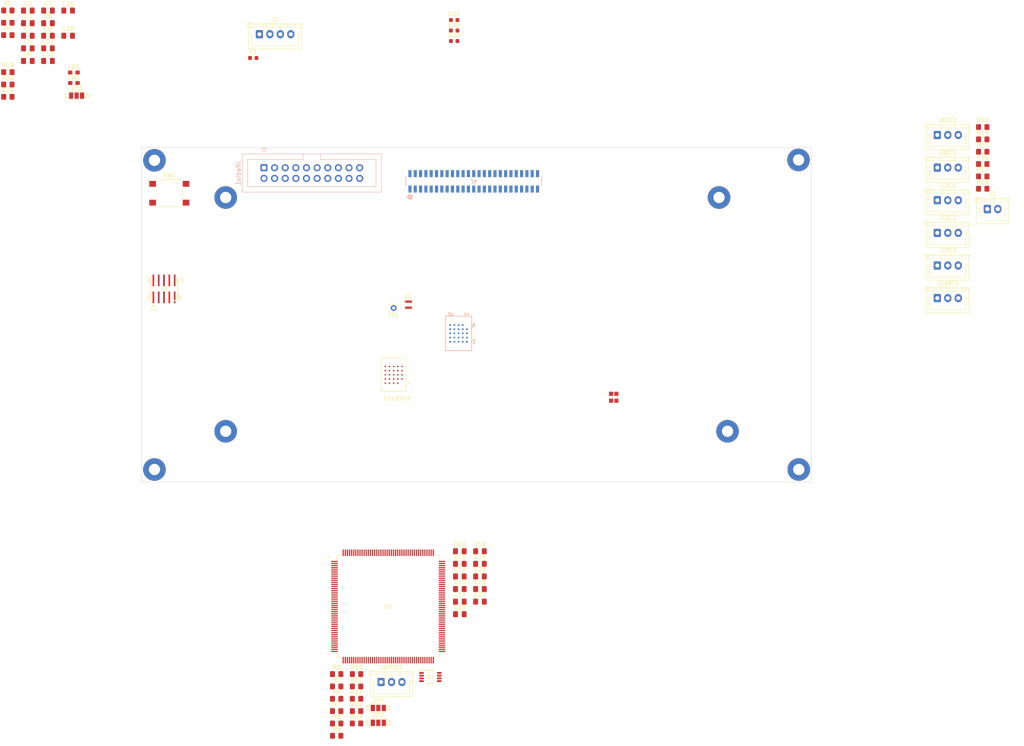
<source format=kicad_pcb>
(kicad_pcb (version 20240108) (generator "pcbnew") (generator_version "8.0")
  (title_block (title "Phasor Radio CPU") (date "2024-06-06") (rev "v1") (company "HB9GZE"))
  (layers (0 "F.Cu" signal) (31 "B.Cu" signal) (34 "B.Paste" user) (35 "F.Paste" user) (36 "B.SilkS" user "B.Silkscreen") (37 "F.SilkS" user "F.Silkscreen") (38 "B.Mask" user) (39 "F.Mask" user) (44 "Edge.Cuts" user))
  (net 0 "")
  (net 1 "Net-(C10-Pad2)")
  (net 2 "Net-(C11-Pad2)")
  (net 3 "Net-(U1A-OUT)")
  (net 4 "/PG6")
  (net 5 "Net-(U1A-IN-)")
  (net 6 "Net-(U1B-IN-)")
  (net 7 "Net-(U1B-OUT)")
  (net 8 "Net-(JDAC1-Pin_2)")
  (net 9 "/NRST")
  (net 10 "Net-(JDAC1-Pin_3)")
  (net 11 "Net-(JP3-C)")
  (net 12 "/PB13")
  (net 13 "/PB12")
  (net 14 "+5V")
  (net 15 "-5V")
  (net 16 "Net-(JP2-C)")
  (net 17 "Net-(JP3-B)")
  (net 18 "/PD11")
  (net 19 "/PD12")
  (net 20 "/PD15")
  (net 21 "/PD14")
  (net 22 "/PD13")
  (net 23 "Net-(UFLASH1-~{ECS})")
  (net 24 "Net-(U1A-IN+)")
  (net 25 "Net-(U1B-IN+)")
  (net 32 "/PC15")
  (net 50 "GND")
  (net 52 "+3.3V")
  (net 64 "/PG12")
  (net 71 "/PG10")
  (net 72 "/PC5")
  (net 73 "/PF0")
  (net 74 "/PC2_C")
  (net 75 "/PF2")
  (net 76 "/PF4")
  (net 77 "/PF12")
  (net 78 "/PC3_C")
  (net 79 "/PE2")
  (net 80 "/PB2")
  (net 81 "/PE10")
  (net 82 "/PF3")
  (net 83 "/PG0")
  (net 84 "/PF1")
  (net 85 "/PG11")
  (net 86 "/PA6")
  (net 87 "/PG1")
  (net 88 "/PF9")
  (net 89 "/PE7")
  (net 90 "/PF8")
  (net 91 "/PA11")
  (net 92 "/PB0")
  (net 93 "/PA9")
  (net 94 "/PA1")
  (net 95 "/PG13")
  (net 96 "/PB1")
  (net 97 "/PA2")
  (net 98 "/PC9")
  (net 99 "/PB15")
  (net 100 "/PE14")
  (net 101 "/PE5")
  (net 102 "/PE4")
  (net 103 "/PJ11")
  (net 104 "/PE6")
  (net 105 "/PA7")
  (net 106 "/PG3")
  (net 107 "/PA3")
  (net 108 "/PE11")
  (net 109 "/PF15")
  (net 110 "/PD2")
  (net 111 "/PC1")
  (net 112 "/PF14")
  (net 113 "/PF10")
  (net 114 "/PC6")
  (net 115 "/PG15")
  (net 116 "/PG2")
  (net 117 "/VDD_SDC")
  (net 118 "/PE12")
  (net 119 "/PA15")
  (net 120 "/PC4")
  (net 121 "/PC0")
  (net 122 "/PA10")
  (net 123 "/PD10")
  (net 124 "/PK1")
  (net 125 "/PDR_ON")
  (net 126 "/VLXSMPS")
  (net 127 "/PH0")
  (net 128 "/BOOT0")
  (net 129 "Net-(X1-STAND-BY)")
  (net 130 "/VDDSMPS")
  (net 131 "Net-(FB2-Pad2)")
  (net 132 "/PF7")
  (net 133 "/PA4")
  (net 134 "/PB7")
  (net 135 "/PA0")
  (net 136 "/PB11")
  (net 137 "/PB6")
  (net 138 "/PF11")
  (net 139 "/PA14")
  (net 140 "/PF6")
  (net 141 "/PC11")
  (net 142 "/PB10")
  (net 143 "/PA5")
  (net 144 "/VSSSMPS")
  (net 145 "/PA13")
  (net 146 "/PF13")
  (net 147 "Net-(JP1-C)")
  (net 148 "/PA8")
  (net 157 "/PE8")
  (net 158 "Net-(C21-Pad1)")
  (net 160 "Net-(C22-Pad2)")
  (net 162 "Net-(C23-Pad2)")
  (footprint "Resistor_SMD:R_0805_2012Metric_Pad1.20x1.40mm_HandSolder" (layer "F.Cu") (at 18.063 37.912)
    (property "Reference" "R21" (at 0 -1.65 0) (layer "F.SilkS"))
    (property "Value" "22R")
    (pad "1" smd roundrect (at -1 0) (size 1.2 1.4) (layers "F.Cu" "F.Paste" "F.Mask") (roundrect_rratio 0.208333) (net 9 "/NRST"))
    (pad "2" smd roundrect (at 1 0) (size 1.2 1.4) (layers "F.Cu" "F.Paste" "F.Mask") (roundrect_rratio 0.208333) (net 162 "Net-(C23-Pad2)"))
  )
  (footprint "Capacitor_SMD:C_0603_1608Metric" (layer "F.Cu") (at 76.689 28.621)
    (property "Reference" "C1" (at 0 -1.43 0) (layer "F.SilkS"))
    (property "Value" "PGB1010603")
    (pad "1" smd roundrect (at -0.775 0) (size 0.9 0.95) (layers "F.Cu" "F.Paste" "F.Mask") (net 50 "GND"))
    (pad "2" smd roundrect (at 0.775 0) (size 0.9 0.95) (layers "F.Cu" "F.Paste" "F.Mask") (net 9 "/NRST"))
  )
  (footprint "Connector_JST:JST_XH_B3B-XH-A_1x03_P2.50mm_Vertical" (layer "F.Cu") (at 240.11 78.232)
    (property "Reference" "JI2C3" (at 2.5 -3.55 0) (layer "F.SilkS"))
    (property "Value" "Conn_01x03_Socket")
    (pad "1" thru_hole roundrect (at 0 0) (size 1.7 1.95) (drill 0.95) (layers "*.Cu" "*.Mask") (roundrect_rratio 0.147059) (net 50 "GND"))
    (pad "2" thru_hole oval (at 2.5 0) (size 1.7 1.95) (drill 0.95) (layers "*.Cu" "*.Mask") (net 134 "/PB7"))
    (pad "3" thru_hole oval (at 5 0) (size 1.7 1.95) (drill 0.95) (layers "*.Cu" "*.Mask") (net 137 "/PB6"))
  )
  (footprint "Private:CON10_2X5_DUK_FTSH_SAI-M" (layer "F.Cu") (at 55.372 83.82)
    (property "Reference" "J3" (at 0 0 0) (layer "F.SilkS"))
    (property "Value" "FTSH-105-01-L-DV-K" (hide yes))
    (fp_text user "9" (at 3.683 2.0828 0) (layer "F.SilkS"))
    (fp_text user "1" (at -3.683 2.0828 0) (layer "F.SilkS"))
    (fp_text user "10" (at 3.683 -2.0828 0) (layer "F.SilkS"))
    (fp_text user "2" (at -3.683 -2.0828 0) (layer "F.SilkS"))
    (pad "1" smd rect (at -2.54 2.032) (size 0.4064 2.794) (layers "F.Cu" "F.Paste" "F.Mask") (net 52 "+3.3V"))
    (pad "2" smd rect (at -2.54 -2.032) (size 0.4064 2.794) (layers "F.Cu" "F.Paste" "F.Mask") (net 158 "Net-(C21-Pad1)"))
    (pad "3" smd rect (at -1.27 2.032) (size 0.4064 2.794) (layers "F.Cu" "F.Paste" "F.Mask") (net 50 "GND"))
    (pad "4" smd rect (at -1.27 -2.032) (size 0.4064 2.794) (layers "F.Cu" "F.Paste" "F.Mask") (net 160 "Net-(C22-Pad2)"))
    (pad "5" smd rect (at 0 2.032) (size 0.4064 2.794) (layers "F.Cu" "F.Paste" "F.Mask") (net 50 "GND"))
    (pad "6" smd rect (at 0 -2.032) (size 0.4064 2.794) (layers "F.Cu" "F.Paste" "F.Mask"))
    (pad "7" smd rect (at 1.27 2.032) (size 0.4064 2.794) (layers "F.Cu" "F.Paste" "F.Mask"))
    (pad "8" smd rect (at 1.27 -2.032) (size 0.4064 2.794) (layers "F.Cu" "F.Paste" "F.Mask"))
    (pad "9" smd rect (at 2.54 2.032) (size 0.4064 2.794) (layers "F.Cu" "F.Paste" "F.Mask"))
    (pad "10" smd rect (at 2.54 -2.032) (size 0.4064 2.794) (layers "F.Cu" "F.Paste" "F.Mask") (net 162 "Net-(C23-Pad2)"))
  )
  (footprint "Resistor_SMD:R_0805_2012Metric_Pad1.20x1.40mm_HandSolder" (layer "F.Cu") (at 101.367 181.807)
    (property "Reference" "R12" (at 0 -1.65 0) (layer "F.SilkS"))
    (property "Value" "10k")
    (pad "1" smd roundrect (at -1 0) (size 1.2 1.4) (layers "F.Cu" "F.Paste" "F.Mask") (roundrect_rratio 0.208333) (net 7 "Net-(U1B-OUT)"))
    (pad "2" smd roundrect (at 1 0) (size 1.2 1.4) (layers "F.Cu" "F.Paste" "F.Mask") (roundrect_rratio 0.208333) (net 6 "Net-(U1B-IN-)"))
  )
  (footprint "Private:OPA1678_L" (layer "F.Cu") (at 119.017002 176.606999)
    (property "Reference" "U1" (at 0 0 0) (layer "F.SilkS"))
    (property "Value" "OPA1678IDGKT")
    (pad "1" smd oval (at -2.125 -0.974999 90) (size 0.449999 1.15) (layers "F.Cu" "F.Paste" "F.Mask") (net 3 "Net-(U1A-OUT)"))
    (pad "2" smd oval (at -2.125 -0.324998 90) (size 0.449999 1.15) (layers "F.Cu" "F.Paste" "F.Mask") (net 5 "Net-(U1A-IN-)"))
    (pad "3" smd oval (at -2.125 0.325001 90) (size 0.449999 1.15) (layers "F.Cu" "F.Paste" "F.Mask") (net 24 "Net-(U1A-IN+)"))
    (pad "4" smd oval (at -2.125 0.975002 90) (size 0.449999 1.15) (layers "F.Cu" "F.Paste" "F.Mask") (net 15 "-5V"))
    (pad "5" smd oval (at 2.125 0.975002 90) (size 0.449999 1.15) (layers "F.Cu" "F.Paste" "F.Mask") (net 25 "Net-(U1B-IN+)"))
    (pad "6" smd oval (at 2.125 0.325001 90) (size 0.449999 1.15) (layers "F.Cu" "F.Paste" "F.Mask") (net 6 "Net-(U1B-IN-)"))
    (pad "7" smd oval (at 2.125 -0.324998 90) (size 0.449999 1.15) (layers "F.Cu" "F.Paste" "F.Mask") (net 7 "Net-(U1B-OUT)"))
    (pad "8" smd oval (at 2.125 -0.974999 90) (size 0.449999 1.15) (layers "F.Cu" "F.Paste" "F.Mask") (net 14 "+5V"))
  )
  (footprint "Resistor_SMD:R_0805_2012Metric_Pad1.20x1.40mm_HandSolder" (layer "F.Cu") (at 250.96 56.932)
    (property "Reference" "R17" (at 0 -1.65 0) (layer "F.SilkS"))
    (property "Value" "4.7k")
    (pad "1" smd roundrect (at -1 0) (size 1.2 1.4) (layers "F.Cu" "F.Paste" "F.Mask") (roundrect_rratio 0.208333) (net 142 "/PB10"))
    (pad "2" smd roundrect (at 1 0) (size 1.2 1.4) (layers "F.Cu" "F.Paste" "F.Mask") (roundrect_rratio 0.208333) (net 52 "+3.3V"))
  )
  (footprint "MountingHole:MountingHole_2.7mm_M2.5_Pad_TopBottom" (layer "F.Cu") (at 207.01 127)
    (property "Reference" "H4" (hide yes))
    (property "Value" "MountingHole_Pad_MP" (hide yes))
    (pad "1" thru_hole circle (at 0 0) (size 3.1 3.1) (drill 2.7) (layers "*.Cu" "*.Mask"))
    (pad "1" connect circle (at 0 0) (size 5.4 5.4) (layers "F.Cu" "F.Mask"))
    (pad "1" connect circle (at 0 0) (size 5.4 5.4) (layers "B.Cu" "B.Mask"))
  )
  (footprint "Resistor_SMD:R_0805_2012Metric_Pad1.20x1.40mm_HandSolder" (layer "F.Cu") (at 250.96 51.032)
    (property "Reference" "R15" (at 0 -1.65 0) (layer "F.SilkS"))
    (property "Value" "4.7k")
    (pad "1" smd roundrect (at -1 0) (size 1.2 1.4) (layers "F.Cu" "F.Paste" "F.Mask") (roundrect_rratio 0.208333) (net 134 "/PB7"))
    (pad "2" smd roundrect (at 1 0) (size 1.2 1.4) (layers "F.Cu" "F.Paste" "F.Mask") (roundrect_rratio 0.208333) (net 52 "+3.3V"))
  )
  (footprint "Resistor_SMD:R_0805_2012Metric_Pad1.20x1.40mm_HandSolder" (layer "F.Cu") (at 250.96 48.082)
    (property "Reference" "R14" (at 0 -1.65 0) (layer "F.SilkS"))
    (property "Value" "4.7k")
    (pad "1" smd roundrect (at -1 0) (size 1.2 1.4) (layers "F.Cu" "F.Paste" "F.Mask") (roundrect_rratio 0.208333) (net 136 "/PB11"))
    (pad "2" smd roundrect (at 1 0) (size 1.2 1.4) (layers "F.Cu" "F.Paste" "F.Mask") (roundrect_rratio 0.208333) (net 52 "+3.3V"))
  )
  (footprint "Capacitor_SMD:C_0603_1608Metric" (layer "F.Cu") (at 124.695 19.551)
    (property "Reference" "C21" (at 0 -1.43 0) (layer "F.SilkS"))
    (property "Value" "PGB1010603")
    (pad "1" smd roundrect (at -0.775 0) (size 0.9 0.95) (layers "F.Cu" "F.Paste" "F.Mask") (net 158 "Net-(C21-Pad1)"))
    (pad "2" smd roundrect (at 0.775 0) (size 0.9 0.95) (layers "F.Cu" "F.Paste" "F.Mask") (net 50 "GND"))
  )
  (footprint "MountingHole:MountingHole_2.7mm_M2.5_Pad_TopBottom" (layer "F.Cu") (at 70.104 61.976)
    (property "Reference" "H5" (hide yes))
    (property "Value" "MountingHole_Pad_MP" (hide yes))
    (pad "1" thru_hole circle (at 0 0) (size 3.1 3.1) (drill 2.7) (layers "*.Cu" "*.Mask"))
    (pad "1" connect circle (at 0 0) (size 5.4 5.4) (layers "F.Cu" "F.Mask"))
    (pad "1" connect circle (at 0 0) (size 5.4 5.4) (layers "B.Cu" "B.Mask"))
  )
  (footprint "Resistor_SMD:R_0805_2012Metric_Pad1.20x1.40mm_HandSolder" (layer "F.Cu") (at 18.063 23.162)
    (property "Reference" "R4" (at 0 -1.65 0) (layer "F.SilkS"))
    (property "Value" "10k")
    (pad "1" smd roundrect (at -1 0) (size 1.2 1.4) (layers "F.Cu" "F.Paste" "F.Mask") (roundrect_rratio 0.208333) (net 52 "+3.3V"))
    (pad "2" smd roundrect (at 1 0) (size 1.2 1.4) (layers "F.Cu" "F.Paste" "F.Mask") (roundrect_rratio 0.208333) (net 129 "Net-(X1-STAND-BY)"))
  )
  (footprint "Capacitor_SMD:C_0805_2012Metric_Pad1.18x1.45mm_HandSolder" (layer "F.Cu") (at 27.653 26.322)
    (property "Reference" "C12" (at 0 -1.68 0) (layer "F.SilkS"))
    (property "Value" "10uF")
    (pad "1" smd roundrect (at -1.0375 0) (size 1.175 1.45) (layers "F.Cu" "F.Paste" "F.Mask") (roundrect_rratio 0.212766) (net 130 "/VDDSMPS"))
    (pad "2" smd roundrect (at 1.0375 0) (size 1.175 1.45) (layers "F.Cu" "F.Paste" "F.Mask") (roundrect_rratio 0.212766) (net 50 "GND"))
  )
  (footprint "Resistor_SMD:R_0805_2012Metric_Pad1.20x1.40mm_HandSolder" (layer "F.Cu") (at 101.367 187.707)
    (property "Reference" "R23" (at 0 -1.65 0) (layer "F.SilkS"))
    (property "Value" "1k")
    (pad "1" smd roundrect (at -1 0) (size 1.2 1.4) (layers "F.Cu" "F.Paste" "F.Mask") (roundrect_rratio 0.208333) (net 125 "/PDR_ON"))
    (pad "2" smd roundrect (at 1 0) (size 1.2 1.4) (layers "F.Cu" "F.Paste" "F.Mask") (roundrect_rratio 0.208333) (net 52 "+3.3V"))
  )
  (footprint "MountingHole:MountingHole_2.7mm_M2.5_Pad_TopBottom" (layer "F.Cu") (at 187.96 61.976)
    (property "Reference" "H6" (hide yes))
    (property "Value" "MountingHole_Pad_MP" (hide yes))
    (pad "1" thru_hole circle (at 0 0) (size 3.1 3.1) (drill 2.7) (layers "*.Cu" "*.Mask"))
    (pad "1" connect circle (at 0 0) (size 5.4 5.4) (layers "F.Cu" "F.Mask"))
    (pad "1" connect circle (at 0 0) (size 5.4 5.4) (layers "B.Cu" "B.Mask"))
  )
  (footprint "Capacitor_SMD:C_0805_2012Metric_Pad1.18x1.45mm_HandSolder" (layer "F.Cu") (at 32.463 23.312)
    (property "Reference" "C20" (at 0 -1.68 0) (layer "F.SilkS"))
    (property "Value" "4.7uF low ESR")
    (pad "1" smd roundrect (at -1.0375 0) (size 1.175 1.45) (layers "F.Cu" "F.Paste" "F.Mask") (roundrect_rratio 0.212766) (net 117 "/VDD_SDC"))
    (pad "2" smd roundrect (at 1.0375 0) (size 1.175 1.45) (layers "F.Cu" "F.Paste" "F.Mask") (roundrect_rratio 0.212766) (net 50 "GND"))
  )
  (footprint "MountingHole:MountingHole_2.7mm_M2.5_Pad_TopBottom" (layer "F.Cu") (at 189.992 117.856)
    (property "Reference" "H8" (hide yes))
    (property "Value" "MountingHole_Pad_MP" (hide yes))
    (pad "1" thru_hole circle (at 0 0) (size 3.1 3.1) (drill 2.7) (layers "*.Cu" "*.Mask"))
    (pad "1" connect circle (at 0 0) (size 5.4 5.4) (layers "F.Cu" "F.Mask"))
    (pad "1" connect circle (at 0 0) (size 5.4 5.4) (layers "B.Cu" "B.Mask"))
  )
  (footprint "Capacitor_SMD:C_0805_2012Metric_Pad1.18x1.45mm_HandSolder" (layer "F.Cu") (at 126.037 155.577)
    (property "Reference" "C15" (at 0 -1.68 0) (layer "F.SilkS"))
    (property "Value" "1nF")
    (pad "1" smd roundrect (at -1.0375 0) (size 1.175 1.45) (layers "F.Cu" "F.Paste" "F.Mask") (roundrect_rratio 0.212766) (net 6 "Net-(U1B-IN-)"))
    (pad "2" smd roundrect (at 1.0375 0) (size 1.175 1.45) (layers "F.Cu" "F.Paste" "F.Mask") (roundrect_rratio 0.212766) (net 7 "Net-(U1B-OUT)"))
  )
  (footprint "Private:LQFP176_STM32H735IGT6_STM-M" (layer "F.Cu") (at 108.9406 159.7406)
    (property "Reference" "U2" (at 0 0 0) (layer "F.SilkS"))
    (property "Value" "STM32H735IGT6")
    (fp_text user "*" (at -14.2494 -11.38936 0) (layer "F.SilkS"))
    (fp_text user "*" (at -14.2494 -11.38936 0) (layer "F.SilkS"))
    (pad "1" smd rect (at -12.83335 -10.75817 90) (size 0.2794 1.5621) (layers "F.Cu" "F.Paste" "F.Mask") (net 79 "/PE2"))
    (pad "2" smd rect (at -12.83335 -10.25779 90) (size 0.2794 1.5621) (layers "F.Cu" "F.Paste" "F.Mask"))
    (pad "3" smd rect (at -12.83335 -9.75741 90) (size 0.2794 1.5621) (layers "F.Cu" "F.Paste" "F.Mask") (net 102 "/PE4"))
    (pad "4" smd rect (at -12.83335 -9.25703 90) (size 0.2794 1.5621) (layers "F.Cu" "F.Paste" "F.Mask") (net 101 "/PE5"))
    (pad "5" smd rect (at -12.83335 -8.75665 90) (size 0.2794 1.5621) (layers "F.Cu" "F.Paste" "F.Mask") (net 104 "/PE6"))
    (pad "6" smd rect (at -12.83335 -8.25627 90) (size 0.2794 1.5621) (layers "F.Cu" "F.Paste" "F.Mask") (net 50 "GND"))
    (pad "7" smd rect (at -12.83335 -7.75589 90) (size 0.2794 1.5621) (layers "F.Cu" "F.Paste" "F.Mask") (net 52 "+3.3V"))
    (pad "8" smd rect (at -12.83335 -7.25551 90) (size 0.2794 1.5621) (layers "F.Cu" "F.Paste" "F.Mask") (net 52 "+3.3V"))
    (pad "9" smd rect (at -12.83335 -6.75513 90) (size 0.2794 1.5621) (layers "F.Cu" "F.Paste" "F.Mask"))
    (pad "10" smd rect (at -12.83335 -6.25475 90) (size 0.2794 1.5621) (layers "F.Cu" "F.Paste" "F.Mask"))
    (pad "11" smd rect (at -12.83335 -5.75437 90) (size 0.2794 1.5621) (layers "F.Cu" "F.Paste" "F.Mask"))
    (pad "12" smd rect (at -12.83335 -5.25399 90) (size 0.2794 1.5621) (layers "F.Cu" "F.Paste" "F.Mask") (net 50 "GND"))
    (pad "13" smd rect (at -12.83335 -4.75361 90) (size 0.2794 1.5621) (layers "F.Cu" "F.Paste" "F.Mask") (net 52 "+3.3V"))
    (pad "14" smd rect (at -12.83335 -4.25323 90) (size 0.2794 1.5621) (layers "F.Cu" "F.Paste" "F.Mask") (net 144 "/VSSSMPS"))
    (pad "15" smd rect (at -12.83335 -3.75285 90) (size 0.2794 1.5621) (layers "F.Cu" "F.Paste" "F.Mask") (net 126 "/VLXSMPS"))
    (pad "16" smd rect (at -12.83335 -3.25247 90) (size 0.2794 1.5621) (layers "F.Cu" "F.Paste" "F.Mask") (net 130 "/VDDSMPS"))
    (pad "17" smd rect (at -12.83335 -2.75209 90) (size 0.2794 1.5621) (layers "F.Cu" "F.Paste" "F.Mask") (net 117 "/VDD_SDC"))
    (pad "18" smd rect (at -12.83335 -2.25171 90) (size 0.2794 1.5621) (layers "F.Cu" "F.Paste" "F.Mask") (net 73 "/PF0"))
    (pad "19" smd rect (at -12.83335 -1.75133 90) (size 0.2794 1.5621) (layers "F.Cu" "F.Paste" "F.Mask") (net 84 "/PF1"))
    (pad "20" smd rect (at -12.83335 -1.25095 90) (size 0.2794 1.5621) (layers "F.Cu" "F.Paste" "F.Mask") (net 75 "/PF2"))
    (pad "21" smd rect (at -12.83335 -0.75057 90) (size 0.2794 1.5621) (layers "F.Cu" "F.Paste" "F.Mask") (net 82 "/PF3"))
    (pad "22" smd rect (at -12.83335 -0.25019 90) (size 0.2794 1.5621) (layers "F.Cu" "F.Paste" "F.Mask") (net 76 "/PF4"))
    (pad "23" smd rect (at -12.83335 0.25019 90) (size 0.2794 1.5621) (layers "F.Cu" "F.Paste" "F.Mask"))
    (pad "24" smd rect (at -12.83335 0.75057 90) (size 0.2794 1.5621) (layers "F.Cu" "F.Paste" "F.Mask") (net 50 "GND"))
    (pad "25" smd rect (at -12.83335 1.25095 90) (size 0.2794 1.5621) (layers "F.Cu" "F.Paste" "F.Mask") (net 52 "+3.3V"))
    (pad "26" smd rect (at -12.83335 1.75133 90) (size 0.2794 1.5621) (layers "F.Cu" "F.Paste" "F.Mask") (net 140 "/PF6"))
    (pad "27" smd rect (at -12.83335 2.25171 90) (size 0.2794 1.5621) (layers "F.Cu" "F.Paste" "F.Mask") (net 132 "/PF7"))
    (pad "28" smd rect (at -12.83335 2.75209 90) (size 0.2794 1.5621) (layers "F.Cu" "F.Paste" "F.Mask") (net 90 "/PF8"))
    (pad "29" smd rect (at -12.83335 3.25247 90) (size 0.2794 1.5621) (layers "F.Cu" "F.Paste" "F.Mask") (net 88 "/PF9"))
    (pad "30" smd rect (at -12.83335 3.75285 90) (size 0.2794 1.5621) (layers "F.Cu" "F.Paste" "F.Mask") (net 113 "/PF10"))
    (pad "31" smd rect (at -12.83335 4.25323 90) (size 0.2794 1.5621) (layers "F.Cu" "F.Paste" "F.Mask") (net 127 "/PH0"))
    (pad "32" smd rect (at -12.83335 4.75361 90) (size 0.2794 1.5621) (layers "F.Cu" "F.Paste" "F.Mask"))
    (pad "33" smd rect (at -12.83335 5.25399 90) (size 0.2794 1.5621) (layers "F.Cu" "F.Paste" "F.Mask") (net 9 "/NRST"))
    (pad "34" smd rect (at -12.83335 5.75437 90) (size 0.2794 1.5621) (layers "F.Cu" "F.Paste" "F.Mask") (net 121 "/PC0"))
    (pad "35" smd rect (at -12.83335 6.25475 90) (size 0.2794 1.5621) (layers "F.Cu" "F.Paste" "F.Mask") (net 111 "/PC1"))
    (pad "36" smd rect (at -12.83335 6.75513 90) (size 0.2794 1.5621) (layers "F.Cu" "F.Paste" "F.Mask") (net 74 "/PC2_C"))
    (pad "37" smd rect (at -12.83335 7.25551 90) (size 0.2794 1.5621) (layers "F.Cu" "F.Paste" "F.Mask") (net 78 "/PC3_C"))
    (pad "38" smd rect (at -12.83335 7.75589 90) (size 0.2794 1.5621) (layers "F.Cu" "F.Paste" "F.Mask") (net 50 "GND"))
    (pad "39" smd rect (at -12.83335 8.25627 90) (size 0.2794 1.5621) (layers "F.Cu" "F.Paste" "F.Mask") (net 17 "Net-(JP3-B)"))
    (pad "40" smd rect (at -12.83335 8.75665 90) (size 0.2794 1.5621) (layers "F.Cu" "F.Paste" "F.Mask") (net 131 "Net-(FB2-Pad2)"))
    (pad "41" smd rect (at -12.83335 9.25703 90) (size 0.2794 1.5621) (layers "F.Cu" "F.Paste" "F.Mask") (net 135 "/PA0"))
    (pad "42" smd rect (at -12.83335 9.75741 90) (size 0.2794 1.5621) (layers "F.Cu" "F.Paste" "F.Mask") (net 94 "/PA1"))
    (pad "43" smd rect (at -12.83335 10.25779 90) (size 0.2794 1.5621) (layers "F.Cu" "F.Paste" "F.Mask") (net 97 "/PA2"))
    (pad "44" smd rect (at -12.83335 10.75817 90) (size 0.2794 1.5621) (layers "F.Cu" "F.Paste" "F.Mask") (net 52 "+3.3V"))
    (pad "45" smd rect (at -10.75817 12.83335) (size 0.2794 1.5621) (layers "F.Cu" "F.Paste" "F.Mask") (net 50 "GND"))
    (pad "46" smd rect (at -10.25779 12.83335) (size 0.2794 1.5621) (layers "F.Cu" "F.Paste" "F.Mask") (net 107 "/PA3"))
    (pad "47" smd rect (at -9.75741 12.83335) (size 0.2794 1.5621) (layers "F.Cu" "F.Paste" "F.Mask") (net 50 "GND"))
    (pad "48" smd rect (at -9.25703 12.83335) (size 0.2794 1.5621) (layers "F.Cu" "F.Paste" "F.Mask") (net 52 "+3.3V"))
    (pad "49" smd rect (at -8.75665 12.83335) (size 0.2794 1.5621) (layers "F.Cu" "F.Paste" "F.Mask") (net 133 "/PA4"))
    (pad "50" smd rect (at -8.25627 12.83335) (size 0.2794 1.5621) (layers "F.Cu" "F.Paste" "F.Mask") (net 143 "/PA5"))
    (pad "51" smd rect (at -7.75589 12.83335) (size 0.2794 1.5621) (layers "F.Cu" "F.Paste" "F.Mask") (net 86 "/PA6"))
    (pad "52" smd rect (at -7.25551 12.83335) (size 0.2794 1.5621) (layers "F.Cu" "F.Paste" "F.Mask") (net 105 "/PA7"))
    (pad "53" smd rect (at -6.75513 12.83335) (size 0.2794 1.5621) (layers "F.Cu" "F.Paste" "F.Mask") (net 120 "/PC4"))
    (pad "54" smd rect (at -6.25475 12.83335) (size 0.2794 1.5621) (layers "F.Cu" "F.Paste" "F.Mask") (net 72 "/PC5"))
    (pad "55" smd rect (at -5.75437 12.83335) (size 0.2794 1.5621) (layers "F.Cu" "F.Paste" "F.Mask") (net 92 "/PB0"))
    (pad "56" smd rect (at -5.25399 12.83335) (size 0.2794 1.5621) (layers "F.Cu" "F.Paste" "F.Mask") (net 96 "/PB1"))
    (pad "57" smd rect (at -4.75361 12.83335) (size 0.2794 1.5621) (layers "F.Cu" "F.Paste" "F.Mask") (net 80 "/PB2"))
    (pad "58" smd rect (at -4.25323 12.83335) (size 0.2794 1.5621) (layers "F.Cu" "F.Paste" "F.Mask") (net 138 "/PF11"))
    (pad "59" smd rect (at -3.75285 12.83335) (size 0.2794 1.5621) (layers "F.Cu" "F.Paste" "F.Mask") (net 77 "/PF12"))
    (pad "60" smd rect (at -3.25247 12.83335) (size 0.2794 1.5621) (layers "F.Cu" "F.Paste" "F.Mask") (net 146 "/PF13"))
    (pad "61" smd rect (at -2.75209 12.83335) (size 0.2794 1.5621) (layers "F.Cu" "F.Paste" "F.Mask") (net 112 "/PF14"))
    (pad "62" smd rect (at -2.25171 12.83335) (size 0.2794 1.5621) (layers "F.Cu" "F.Paste" "F.Mask") (net 109 "/PF15"))
    (pad "63" smd rect (at -1.75133 12.83335) (size 0.2794 1.5621) (layers "F.Cu" "F.Paste" "F.Mask") (net 83 "/PG0"))
    (pad "64" smd rect (at -1.25095 12.83335) (size 0.2794 1.5621) (layers "F.Cu" "F.Paste" "F.Mask") (net 50 "GND"))
    (pad "65" smd rect (at -0.75057 12.83335) (size 0.2794 1.5621) (layers "F.Cu" "F.Paste" "F.Mask") (net 52 "+3.3V"))
    (pad "66" smd rect (at -0.25019 12.83335) (size 0.2794 1.5621) (layers "F.Cu" "F.Paste" "F.Mask") (net 87 "/PG1"))
    (pad "67" smd rect (at 0.25019 12.83335) (size 0.2794 1.5621) (layers "F.Cu" "F.Paste" "F.Mask") (net 89 "/PE7"))
    (pad "68" smd rect (at 0.75057 12.83335) (size 0.2794 1.5621) (layers "F.Cu" "F.Paste" "F.Mask") (net 157 "/PE8"))
    (pad "69" smd rect (at 1.25095 12.83335) (size 0.2794 1.5621) (layers "F.Cu" "F.Paste" "F.Mask"))
    (pad "70" smd rect (at 1.75133 12.83335) (size 0.2794 1.5621) (layers "F.Cu" "F.Paste" "F.Mask") (net 50 "GND"))
    (pad "71" smd rect (at 2.25171 12.83335) (size 0.2794 1.5621) (layers "F.Cu" "F.Paste" "F.Mask") (net 52 "+3.3V"))
    (pad "72" smd rect (at 2.75209 12.83335) (size 0.2794 1.5621) (layers "F.Cu" "F.Paste" "F.Mask") (net 81 "/PE10"))
    (pad "73" smd rect (at 3.25247 12.83335) (size 0.2794 1.5621) (layers "F.Cu" "F.Paste" "F.Mask") (net 108 "/PE11"))
    (pad "74" smd rect (at 3.75285 12.83335) (size 0.2794 1.5621) (layers "F.Cu" "F.Paste" "F.Mask") (net 118 "/PE12"))
    (pad "75" smd rect (at 4.25323 12.83335) (size 0.2794 1.5621) (layers "F.Cu" "F.Paste" "F.Mask"))
    (pad "76" smd rect (at 4.75361 12.83335) (size 0.2794 1.5621) (layers "F.Cu" "F.Paste" "F.Mask") (net 100 "/PE14"))
    (pad "77" smd rect (at 5.25399 12.83335) (size 0.2794 1.5621) (layers "F.Cu" "F.Paste" "F.Mask"))
    (pad "78" smd rect (at 5.75437 12.83335) (size 0.2794 1.5621) (layers "F.Cu" "F.Paste" "F.Mask") (net 142 "/PB10"))
    (pad "79" smd rect (at 6.25475 12.83335) (size 0.2794 1.5621) (layers "F.Cu" "F.Paste" "F.Mask") (net 136 "/PB11"))
    (pad "80" smd rect (at 6.75513 12.83335) (size 0.2794 1.5621) (layers "F.Cu" "F.Paste" "F.Mask") (net 117 "/VDD_SDC"))
    (pad "81" smd rect (at 7.25551 12.83335) (size 0.2794 1.5621) (layers "F.Cu" "F.Paste" "F.Mask") (net 50 "GND"))
    (pad "82" smd rect (at 7.75589 12.83335) (size 0.2794 1.5621) (layers "F.Cu" "F.Paste" "F.Mask") (net 117 "/VDD_SDC"))
    (pad "83" smd rect (at 8.25627 12.83335) (size 0.2794 1.5621) (layers "F.Cu" "F.Paste" "F.Mask") (net 50 "GND"))
    (pad "84" smd rect (at 8.75665 12.83335) (size 0.2794 1.5621) (layers "F.Cu" "F.Paste" "F.Mask") (net 52 "+3.3V"))
    (pad "85" smd rect (at 9.25703 12.83335) (size 0.2794 1.5621) (layers "F.Cu" "F.Paste" "F.Mask") (net 13 "/PB12"))
    (pad "86" smd rect (at 9.75741 12.83335) (size 0.2794 1.5621) (layers "F.Cu" "F.Paste" "F.Mask") (net 12 "/PB13"))
    (pad "87" smd rect (at 10.25779 12.83335) (size 0.2794 1.5621) (layers "F.Cu" "F.Paste" "F.Mask"))
    (pad "88" smd rect (at 10.75817 12.83335) (size 0.2794 1.5621) (layers "F.Cu" "F.Paste" "F.Mask") (net 99 "/PB15"))
    (pad "89" smd rect (at 12.83335 10.75817 90) (size 0.2794 1.5621) (layers "F.Cu" "F.Paste" "F.Mask"))
    (pad "90" smd rect (at 12.83335 10.25779 90) (size 0.2794 1.5621) (layers "F.Cu" "F.Paste" "F.Mask"))
    (pad "91" smd rect (at 12.83335 9.75741 90) (size 0.2794 1.5621) (layers "F.Cu" "F.Paste" "F.Mask") (net 123 "/PD10"))
    (pad "92" smd rect (at 12.83335 9.25703 90) (size 0.2794 1.5621) (layers "F.Cu" "F.Paste" "F.Mask") (net 52 "+3.3V"))
    (pad "93" smd rect (at 12.83335 8.75665 90) (size 0.2794 1.5621) (layers "F.Cu" "F.Paste" "F.Mask") (net 50 "GND"))
    (pad "94" smd rect (at 12.83335 8.25627 90) (size 0.2794 1.5621) (layers "F.Cu" "F.Paste" "F.Mask") (net 18 "/PD11"))
    (pad "95" smd rect (at 12.83335 7.75589 90) (size 0.2794 1.5621) (layers "F.Cu" "F.Paste" "F.Mask") (net 19 "/PD12"))
    (pad "96" smd rect (at 12.83335 7.25551 90) (size 0.2794 1.5621) (layers "F.Cu" "F.Paste" "F.Mask") (net 22 "/PD13"))
    (pad "97" smd rect (at 12.83335 6.75513 90) (size 0.2794 1.5621) (layers "F.Cu" "F.Paste" "F.Mask") (net 21 "/PD14"))
    (pad "98" smd rect (at 12.83335 6.25475 90) (size 0.2794 1.5621) (layers "F.Cu" "F.Paste" "F.Mask") (net 20 "/PD15"))
    (pad "99" smd rect (at 12.83335 5.75437 90) (size 0.2794 1.5621) (layers "F.Cu" "F.Paste" "F.Mask") (net 52 "+3.3V"))
    (pad "100" smd rect (at 12.83335 5.25399 90) (size 0.2794 1.5621) (layers "F.Cu" "F.Paste" "F.Mask") (net 50 "GND"))
    (pad "101" smd rect (at 12.83335 4.75361 90) (size 0.2794 1.5621) (layers "F.Cu" "F.Paste" "F.Mask"))
    (pad "102" smd rect (at 12.83335 4.25323 90) (size 0.2794 1.5621) (layers "F.Cu" "F.Paste" "F.Mask"))
    (pad "103" smd rect (at 12.83335 3.75285 90) (size 0.2794 1.5621) (layers "F.Cu" "F.Paste" "F.Mask"))
    (pad "104" smd rect (at 12.83335 3.25247 90) (size 0.2794 1.5621) (layers "F.Cu" "F.Paste" "F.Mask") (net 103 "/PJ11"))
    (pad "105" smd rect (at 12.83335 2.75209 90) (size 0.2794 1.5621) (layers "F.Cu" "F.Paste" "F.Mask") (net 52 "+3.3V"))
    (pad "106" smd rect (at 12.83335 2.25171 90) (size 0.2794 1.5621) (layers "F.Cu" "F.Paste" "F.Mask") (net 50 "GND"))
    (pad "107" smd rect (at 12.83335 1.75133 90) (size 0.2794 1.5621) (layers "F.Cu" "F.Paste" "F.Mask"))
    (pad "108" smd rect (at 12.83335 1.25095 90) (size 0.2794 1.5621) (layers "F.Cu" "F.Paste" "F.Mask") (net 124 "/PK1"))
    (pad "109" smd rect (at 12.83335 0.75057 90) (size 0.2794 1.5621) (layers "F.Cu" "F.Paste" "F.Mask"))
    (pad "110" smd rect (at 12.83335 0.25019 90) (size 0.2794 1.5621) (layers "F.Cu" "F.Paste" "F.Mask") (net 116 "/PG2"))
    (pad "111" smd rect (at 12.83335 -0.25019 90) (size 0.2794 1.5621) (layers "F.Cu" "F.Paste" "F.Mask") (net 106 "/PG3"))
    (pad "112" smd rect (at 12.83335 -0.75057 90) (size 0.2794 1.5621) (layers "F.Cu" "F.Paste" "F.Mask") (net 50 "GND"))
    (pad "113" smd rect (at 12.83335 -1.25095 90) (size 0.2794 1.5621) (layers "F.Cu" "F.Paste" "F.Mask") (net 52 "+3.3V"))
    (pad "114" smd rect (at 12.83335 -1.75133 90) (size 0.2794 1.5621) (layers "F.Cu" "F.Paste" "F.Mask"))
    (pad "115" smd rect (at 12.83335 -2.25171 90) (size 0.2794 1.5621) (layers "F.Cu" "F.Paste" "F.Mask"))
    (pad "116" smd rect (at 12.83335 -2.75209 90) (size 0.2794 1.5621) (layers "F.Cu" "F.Paste" "F.Mask") (net 4 "/PG6"))
    (pad "117" smd rect (at 12.83335 -3.25247 90) (size 0.2794 1.5621) (layers "F.Cu" "F.Paste" "F.Mask"))
    (pad "118" smd rect (at 12.83335 -3.75285 90) (size 0.2794 1.5621) (layers "F.Cu" "F.Paste" "F.Mask"))
    (pad "119" smd rect (at 12.83335 -4.25323 90) (size 0.2794 1.5621) (layers "F.Cu" "F.Paste" "F.Mask") (net 50 "GND"))
    (pad "120" smd rect (at 12.83335 -4.75361 90) (size 0.2794 1.5621) (layers "F.Cu" "F.Paste" "F.Mask"))
    (pad "121" smd rect (at 12.83335 -5.25399 90) (size 0.2794 1.5621) (layers "F.Cu" "F.Paste" "F.Mask") (net 50 "GND"))
    (pad "122" smd rect (at 12.83335 -5.75437 90) (size 0.2794 1.5621) (layers "F.Cu" "F.Paste" "F.Mask") (net 114 "/PC6"))
    (pad "123" smd rect (at 12.83335 -6.25475 90) (size 0.2794 1.5621) (layers "F.Cu" "F.Paste" "F.Mask"))
    (pad "124" smd rect (at 12.83335 -6.75513 90) (size 0.2794 1.5621) (layers "F.Cu" "F.Paste" "F.Mask"))
    (pad "125" smd rect (at 12.83335 -7.25551 90) (size 0.2794 1.5621) (layers "F.Cu" "F.Paste" "F.Mask") (net 98 "/PC9"))
    (pad "126" smd rect (at 12.83335 -7.75589 90) (size 0.2794 1.5621) (layers "F.Cu" "F.Paste" "F.Mask") (net 52 "+3.3V"))
    (pad "127" smd rect (at 12.83335 -8.25627 90) (size 0.2794 1.5621) (layers "F.Cu" "F.Paste" "F.Mask") (net 148 "/PA8"))
    (pad "128" smd rect (at 12.83335 -8.75665 90) (size 0.2794 1.5621) (layers "F.Cu" "F.Paste" "F.Mask") (net 93 "/PA9"))
    (pad "129" smd rect (at 12.83335 -9.25703 90) (size 0.2794 1.5621) (layers "F.Cu" "F.Paste" "F.Mask") (net 122 "/PA10"))
    (pad "130" smd rect (at 12.83335 -9.75741 90) (size 0.2794 1.5621) (layers "F.Cu" "F.Paste" "F.Mask") (net 91 "/PA11"))
    (pad "131" smd rect (at 12.83335 -10.25779 90) (size 0.2794 1.5621) (layers "F.Cu" "F.Paste" "F.Mask"))
    (pad "132" smd rect (at 12.83335 -10.75817 90) (size 0.2794 1.5621) (layers "F.Cu" "F.Paste" "F.Mask") (net 145 "/PA13"))
    (pad "133" smd rect (at 10.75817 -12.83335) (size 0.2794 1.5621) (layers "F.Cu" "F.Paste" "F.Mask") (net 117 "/VDD_SDC"))
    (pad "134" smd rect (at 10.25779 -12.83335) (size 0.2794 1.5621) (layers "F.Cu" "F.Paste" "F.Mask") (net 50 "GND"))
    (pad "135" smd rect (at 9.75741 -12.83335) (size 0.2794 1.5621) (layers "F.Cu" "F.Paste" "F.Mask") (net 117 "/VDD_SDC"))
    (pad "136" smd rect (at 9.25703 -12.83335) (size 0.2794 1.5621) (layers "F.Cu" "F.Paste" "F.Mask") (net 52 "+3.3V"))
    (pad "137" smd rect (at 8.75665 -12.83335) (size 0.2794 1.5621) (layers "F.Cu" "F.Paste" "F.Mask") (net 50 "GND"))
    (pad "138" smd rect (at 8.25627 -12.83335) (size 0.2794 1.5621) (layers "F.Cu" "F.Paste" "F.Mask") (net 139 "/PA14"))
    (pad "139" smd rect (at 7.75589 -12.83335) (size 0.2794 1.5621) (layers "F.Cu" "F.Paste" "F.Mask") (net 32 "/PC15"))
    (pad "140" smd rect (at 7.25551 -12.83335) (size 0.2794 1.5621) (layers "F.Cu" "F.Paste" "F.Mask") (net 139 "/PA14"))
    (pad "141" smd rect (at 6.75513 -12.83335) (size 0.2794 1.5621) (layers "F.Cu" "F.Paste" "F.Mask") (net 141 "/PC11"))
    (pad "142" smd rect (at 6.25475 -12.83335) (size 0.2794 1.5621) (layers "F.Cu" "F.Paste" "F.Mask"))
    (pad "143" smd rect (at 5.75437 -12.83335) (size 0.2794 1.5621) (layers "F.Cu" "F.Paste" "F.Mask"))
    (pad "144" smd rect (at 5.25399 -12.83335) (size 0.2794 1.5621) (layers "F.Cu" "F.Paste" "F.Mask"))
    (pad "145" smd rect (at 4.75361 -12.83335) (size 0.2794 1.5621) (layers "F.Cu" "F.Paste" "F.Mask") (net 110 "/PD2"))
    (pad "146" smd rect (at 4.25323 -12.83335) (size 0.2794 1.5621) (layers "F.Cu" "F.Paste" "F.Mask"))
    (pad "147" smd rect (at 3.75285 -12.83335) (size 0.2794 1.5621) (layers "F.Cu" "F.Paste" "F.Mask"))
    (pad "148" smd rect (at 3.25247 -12.83335) (size 0.2794 1.5621) (layers "F.Cu" "F.Paste" "F.Mask"))
    (pad "149" smd rect (at 2.75209 -12.83335) (size 0.2794 1.5621) (layers "F.Cu" "F.Paste" "F.Mask"))
    (pad "150" smd rect (at 2.25171 -12.83335) (size 0.2794 1.5621) (layers "F.Cu" "F.Paste" "F.Mask"))
    (pad "151" smd rect (at 1.75133 -12.83335) (size 0.2794 1.5621) (layers "F.Cu" "F.Paste" "F.Mask") (net 50 "GND"))
    (pad "152" smd rect (at 1.25095 -12.83335) (size 0.2794 1.5621) (layers "F.Cu" "F.Paste" "F.Mask") (net 52 "+3.3V"))
    (pad "153" smd rect (at 0.75057 -12.83335) (size 0.2794 1.5621) (layers "F.Cu" "F.Paste" "F.Mask"))
    (pad "154" smd rect (at 0.25019 -12.83335) (size 0.2794 1.5621) (layers "F.Cu" "F.Paste" "F.Mask") (net 71 "/PG10"))
    (pad "155" smd rect (at -0.25019 -12.83335) (size 0.2794 1.5621) (layers "F.Cu" "F.Paste" "F.Mask") (net 85 "/PG11"))
    (pad "156" smd rect (at -0.75057 -12.83335) (size 0.2794 1.5621) (layers "F.Cu" "F.Paste" "F.Mask") (net 64 "/PG12"))
    (pad "157" smd rect (at -1.25095 -12.83335) (size 0.2794 1.5621) (layers "F.Cu" "F.Paste" "F.Mask") (net 95 "/PG13"))
    (pad "158" smd rect (at -1.75133 -12.83335) (size 0.2794 1.5621) (layers "F.Cu" "F.Paste" "F.Mask"))
    (pad "159" smd rect (at -2.25171 -12.83335) (size 0.2794 1.5621) (layers "F.Cu" "F.Paste" "F.Mask") (net 50 "GND"))
    (pad "160" smd rect (at -2.75209 -12.83335) (size 0.2794 1.5621) (layers "F.Cu" "F.Paste" "F.Mask") (net 52 "+3.3V"))
    (pad "161" smd rect (at -3.25247 -12.83335) (size 0.2794 1.5621) (layers "F.Cu" "F.Paste" "F.Mask") (net 115 "/PG15"))
    (pad "162" smd rect (at -3.75285 -12.83335) (size 0.2794 1.5621) (layers "F.Cu" "F.Paste" "F.Mask"))
    (pad "163" smd rect (at -4.25323 -12.83335) (size 0.2794 1.5621) (layers "F.Cu" "F.Paste" "F.Mask"))
    (pad "164" smd rect (at -4.75361 -12.83335) (size 0.2794 1.5621) (layers "F.Cu" "F.Paste" "F.Mask"))
    (pad "165" smd rect (at -5.25399 -12.83335) (size 0.2794 1.5621) (layers "F.Cu" "F.Paste" "F.Mask") (net 137 "/PB6"))
    (pad "166" smd rect (at -5.75437 -12.83335) (size 0.2794 1.5621) (layers "F.Cu" "F.Paste" "F.Mask") (net 134 "/PB7"))
    (pad "167" smd rect (at -6.25475 -12.83335) (size 0.2794 1.5621) (layers "F.Cu" "F.Paste" "F.Mask") (net 128 "/BOOT0"))
    (pad "168" smd rect (at -6.75513 -12.83335) (size 0.2794 1.5621) (layers "F.Cu" "F.Paste" "F.Mask"))
    (pad "169" smd rect (at -7.25551 -12.83335) (size 0.2794 1.5621) (layers "F.Cu" "F.Paste" "F.Mask"))
    (pad "170" smd rect (at -7.75589 -12.83335) (size 0.2794 1.5621) (layers "F.Cu" "F.Paste" "F.Mask"))
    (pad "171" smd rect (at -8.25627 -12.83335) (size 0.2794 1.5621) (layers "F.Cu" "F.Paste" "F.Mask"))
    (pad "172" smd rect (at -8.75665 -12.83335) (size 0.2794 1.5621) (layers "F.Cu" "F.Paste" "F.Mask") (net 117 "/VDD_SDC"))
    (pad "173" smd rect (at -9.25703 -12.83335) (size 0.2794 1.5621) (layers "F.Cu" "F.Paste" "F.Mask") (net 50 "GND"))
    (pad "174" smd rect (at -9.75741 -12.83335) (size 0.2794 1.5621) (layers "F.Cu" "F.Paste" "F.Mask") (net 125 "/PDR_ON"))
    (pad "175" smd rect (at -10.25779 -12.83335) (size 0.2794 1.5621) (layers "F.Cu" "F.Paste" "F.Mask") (net 117 "/VDD_SDC"))
    (pad "176" smd rect (at -10.75817 -12.83335) (size 0.2794 1.5621) (layers "F.Cu" "F.Paste" "F.Mask") (net 52 "+3.3V"))
  )
  (footprint "Resistor_SMD:R_0805_2012Metric_Pad1.20x1.40mm_HandSolder" (layer "F.Cu") (at 250.96 53.982)
    (property "Reference" "R16" (at 0 -1.65 0) (layer "F.SilkS"))
    (property "Value" "4.7k")
    (pad "1" smd roundrect (at -1 0) (size 1.2 1.4) (layers "F.Cu" "F.Paste" "F.Mask") (roundrect_rratio 0.208333) (net 112 "/PF14"))
    (pad "2" smd roundrect (at 1 0) (size 1.2 1.4) (layers "F.Cu" "F.Paste" "F.Mask") (roundrect_rratio 0.208333) (net 52 "+3.3V"))
  )
  (footprint "Capacitor_SMD:C_0805_2012Metric_Pad1.18x1.45mm_HandSolder" (layer "F.Cu") (at 22.843 20.302)
    (property "Reference" "C3" (at 0 -1.68 0) (layer "F.SilkS"))
    (property "Value" "100nF")
    (pad "1" smd roundrect (at -1.0375 0) (size 1.175 1.45) (layers "F.Cu" "F.Paste" "F.Mask") (roundrect_rratio 0.212766) (net 9 "/NRST"))
    (pad "2" smd roundrect (at 1.0375 0) (size 1.175 1.45) (layers "F.Cu" "F.Paste" "F.Mask") (roundrect_rratio 0.212766) (net 50 "GND"))
  )
  (footprint "Resistor_SMD:R_0805_2012Metric_Pad1.20x1.40mm_HandSolder" (layer "F.Cu") (at 96.617 181.807)
    (property "Reference" "R6" (at 0 -1.65 0) (layer "F.SilkS"))
    (property "Value" "10k")
    (pad "1" smd roundrect (at -1 0) (size 1.2 1.4) (layers "F.Cu" "F.Paste" "F.Mask") (roundrect_rratio 0.208333) (net 6 "Net-(U1B-IN-)"))
    (pad "2" smd roundrect (at 1 0) (size 1.2 1.4) (layers "F.Cu" "F.Paste" "F.Mask") (roundrect_rratio 0.208333) (net 2 "Net-(C11-Pad2)"))
  )
  (footprint "Connector_Pin:Pin_D0.7mm_L6.5mm_W1.8mm_FlatFork" (layer "F.Cu") (at 110.236 88.392)
    (property "Reference" "TP1" (at 0 1.8 0) (layer "F.SilkS"))
    (property "Value" "TestPoint" (hide yes))
    (pad "1" thru_hole circle (at 0 0) (size 1.4 1.4) (drill 0.7) (layers "*.Cu" "*.Mask") (net 117 "/VDD_SDC"))
  )
  (footprint "Connector_JST:JST_XH_B3B-XH-A_1x03_P2.50mm_Vertical" (layer "F.Cu") (at 107.217 177.807)
    (property "Reference" "JGPIO1" (at 2.5 -3.55 0) (layer "F.SilkS"))
    (property "Value" "Conn_01x03_Socket")
    (pad "1" thru_hole roundrect (at 0 0) (size 1.7 1.95) (drill 0.95) (layers "*.Cu" "*.Mask") (roundrect_rratio 0.147059) (net 50 "GND"))
    (pad "2" thru_hole oval (at 2.5 0) (size 1.7 1.95) (drill 0.95) (layers "*.Cu" "*.Mask") (net 13 "/PB12"))
    (pad "3" thru_hole oval (at 5 0) (size 1.7 1.95) (drill 0.95) (layers "*.Cu" "*.Mask") (net 12 "/PB13"))
  )
  (footprint "Capacitor_SMD:C_0805_2012Metric_Pad1.18x1.45mm_HandSolder" (layer "F.Cu") (at 130.847 152.567)
    (property "Reference" "C25" (at 0 -1.68 0) (layer "F.SilkS"))
    (property "Value" "10uF")
    (pad "1" smd roundrect (at -1.0375 0) (size 1.175 1.45) (layers "F.Cu" "F.Paste" "F.Mask") (roundrect_rratio 0.212766) (net 52 "+3.3V"))
    (pad "2" smd roundrect (at 1.0375 0) (size 1.175 1.45) (layers "F.Cu" "F.Paste" "F.Mask") (roundrect_rratio 0.212766) (net 50 "GND"))
  )
  (footprint "Resistor_SMD:R_0805_2012Metric_Pad1.20x1.40mm_HandSolder" (layer "F.Cu") (at 250.96 59.882)
    (property "Reference" "R18" (at 0 -1.65 0) (layer "F.SilkS"))
    (property "Value" "4.7k")
    (pad "1" smd roundrect (at -1 0) (size 1.2 1.4) (layers "F.Cu" "F.Paste" "F.Mask") (roundrect_rratio 0.208333) (net 137 "/PB6"))
    (pad "2" smd roundrect (at 1 0) (size 1.2 1.4) (layers "F.Cu" "F.Paste" "F.Mask") (roundrect_rratio 0.208333) (net 52 "+3.3V"))
  )
  (footprint "Capacitor_SMD:C_0805_2012Metric_Pad1.18x1.45mm_HandSolder" (layer "F.Cu") (at 126.037 149.557)
    (property "Reference" "C11" (at 0 -1.68 0) (layer "F.SilkS"))
    (property "Value" "10uF")
    (pad "1" smd roundrect (at -1.0375 0) (size 1.175 1.45) (layers "F.Cu" "F.Paste" "F.Mask") (roundrect_rratio 0.212766) (net 143 "/PA5"))
    (pad "2" smd roundrect (at 1.0375 0) (size 1.175 1.45) (layers "F.Cu" "F.Paste" "F.Mask") (roundrect_rratio 0.212766) (net 2 "Net-(C11-Pad2)"))
  )
  (footprint "MountingHole:MountingHole_2.7mm_M2.5_Pad_TopBottom" (layer "F.Cu") (at 53.086 53.086)
    (property "Reference" "H1" (hide yes))
    (property "Value" "MountingHole_Pad_MP" (hide yes))
    (pad "1" thru_hole circle (at 0 0) (size 3.1 3.1) (drill 2.7) (layers "*.Cu" "*.Mask"))
    (pad "1" connect circle (at 0 0) (size 5.4 5.4) (layers "F.Cu" "F.Mask"))
    (pad "1" connect circle (at 0 0) (size 5.4 5.4) (layers "B.Cu" "B.Mask"))
  )
  (footprint "Resistor_SMD:R_0805_2012Metric_Pad1.20x1.40mm_HandSolder" (layer "F.Cu") (at 18.063 20.212)
    (property "Reference" "R2" (at 0 -1.65 0) (layer "F.SilkS"))
    (property "Value" "10k")
    (pad "1" smd roundrect (at -1 0) (size 1.2 1.4) (layers "F.Cu" "F.Paste" "F.Mask") (roundrect_rratio 0.208333) (net 52 "+3.3V"))
    (pad "2" smd roundrect (at 1 0) (size 1.2 1.4) (layers "F.Cu" "F.Paste" "F.Mask") (roundrect_rratio 0.208333) (net 4 "/PG6"))
  )
  (footprint "Inductor_SMD:L_Murata_DFE201610P" (layer "F.Cu") (at 113.792 87.593 90)
    (property "Reference" "L1" (at 1.995 0 0) (layer "F.SilkS"))
    (property "Value" "2.2uH" (hide yes))
    (pad "1" smd rect (at -0.725 0 90) (size 0.55 1.6) (layers "F.Cu" "F.Paste" "F.Mask") (net 117 "/VDD_SDC"))
    (pad "2" smd rect (at 0.725 0 90) (size 0.55 1.6) (layers "F.Cu" "F.Paste" "F.Mask") (net 126 "/VLXSMPS"))
  )
  (footprint "Capacitor_SMD:C_0805_2012Metric_Pad1.18x1.45mm_HandSolder" (layer "F.Cu") (at 22.843 29.332)
    (property "Reference" "C6" (at 0 -1.68 0) (layer "F.SilkS"))
    (property "Value" "100nF")
    (pad "1" smd roundrect (at -1.0375 0) (size 1.175 1.45) (layers "F.Cu" "F.Paste" "F.Mask") (roundrect_rratio 0.212766) (net 52 "+3.3V"))
    (pad "2" smd roundrect (at 1.0375 0) (size 1.175 1.45) (layers "F.Cu" "F.Paste" "F.Mask") (roundrect_rratio 0.212766) (net 50 "GND"))
  )
  (footprint "MountingHole:MountingHole_2.7mm_M2.5_Pad_TopBottom" (layer "F.Cu") (at 70.104 117.856)
    (property "Reference" "H7" (hide yes))
    (property "Value" "MountingHole_Pad_MP" (hide yes))
    (pad "1" thru_hole circle (at 0 0) (size 3.1 3.1) (drill 2.7) (layers "*.Cu" "*.Mask"))
    (pad "1" connect circle (at 0 0) (size 5.4 5.4) (layers "F.Cu" "F.Mask"))
    (pad "1" connect circle (at 0 0) (size 5.4 5.4) (layers "B.Cu" "B.Mask"))
  )
  (footprint "Capacitor_SMD:C_0805_2012Metric_Pad1.18x1.45mm_HandSolder" (layer "F.Cu") (at 27.653 20.302)
    (property "Reference" "C8" (at 0 -1.68 0) (layer "F.SilkS"))
    (property "Value" "100nF")
    (pad "1" smd roundrect (at -1.0375 0) (size 1.175 1.45) (layers "F.Cu" "F.Paste" "F.Mask") (roundrect_rratio 0.212766) (net 50 "GND"))
    (pad "2" smd roundrect (at 1.0375 0) (size 1.175 1.45) (layers "F.Cu" "F.Paste" "F.Mask") (roundrect_rratio 0.212766) (net 129 "Net-(X1-STAND-BY)"))
  )
  (footprint "MountingHole:MountingHole_2.7mm_M2.5_Pad_TopBottom" (layer "F.Cu") (at 206.955111 52.997791)
    (property "Reference" "H3" (hide yes))
    (property "Value" "MountingHole_Pad_MP" (hide yes))
    (pad "1" thru_hole circle (at 0 0) (size 3.1 3.1) (drill 2.7) (layers "*.Cu" "*.Mask"))
    (pad "1" connect circle (at 0 0) (size 5.4 5.4) (layers "F.Cu" "F.Mask"))
    (pad "1" connect circle (at 0 0) (size 5.4 5.4) (layers "B.Cu" "B.Mask"))
  )
  (footprint "Capacitor_SMD:C_0805_2012Metric_Pad1.18x1.45mm_HandSolder" (layer "F.Cu") (at 130.847 149.557)
    (property "Reference" "C24" (at 0 -1.68 0) (layer "F.SilkS"))
    (property "Value" "4.7uF low ESR")
    (pad "1" smd roundrect (at -1.0375 0) (size 1.175 1.45) (layers "F.Cu" "F.Paste" "F.Mask") (roundrect_rratio 0.212766) (net 50 "GND"))
    (pad "2" smd roundrect (at 1.0375 0) (size 1.175 1.45) (layers "F.Cu" "F.Paste" "F.Mask") (roundrect_rratio 0.212766) (net 117 "/VDD_SDC"))
  )
  (footprint "Inductor_SMD:L_0603_1608Metric_Pad1.05x0.95mm_HandSolder" (layer "F.Cu") (at 33.843 32.092)
    (property "Reference" "FB1" (at 0 -1.43 0) (layer "F.SilkS"))
    (property "Value" "FBMJ1608")
    (pad "1" smd roundrect (at -0.875 0) (size 1.05 0.95) (layers "F.Cu" "F.Paste" "F.Mask") (net 52 "+3.3V"))
    (pad "2" smd roundrect (at 0.875 0) (size 1.05 0.95) (layers "F.Cu" "F.Paste" "F.Mask") (net 130 "/VDDSMPS"))
  )
  (footprint "Resistor_SMD:R_0805_2012Metric_Pad1.20x1.40mm_HandSolder" (layer "F.Cu") (at 96.617 190.657)
    (property "Reference" "R9" (at 0 -1.65 0) (layer "F.SilkS"))
    (property "Value" "10k")
    (pad "1" smd roundrect (at -1 0) (size 1.2 1.4) (layers "F.Cu" "F.Paste" "F.Mask") (roundrect_rratio 0.208333) (net 50 "GND"))
    (pad "2" smd roundrect (at 1 0) (size 1.2 1.4) (layers "F.Cu" "F.Paste" "F.Mask") (roundrect_rratio 0.208333) (net 24 "Net-(U1A-IN+)"))
  )
  (footprint "Connector_JST:JST_XH_B3B-XH-A_1x03_P2.50mm_Vertical" (layer "F.Cu") (at 240.11 47.032)
    (property "Reference" "JADC1" (at 2.5 -3.55 0) (layer "F.SilkS"))
    (property "Value" "Conn_01x02_Socket")
    (pad "1" thru_hole roundrect (at 0 0) (size 1.7 1.95) (drill 0.95) (layers "*.Cu" "*.Mask") (roundrect_rratio 0.147059) (net 50 "GND"))
    (pad "2" thru_hole oval (at 2.5 0) (size 1.7 1.95) (drill 0.95) (layers "*.Cu" "*.Mask") (net 74 "/PC2_C"))
    (pad "3" thru_hole oval (at 5 0) (size 1.7 1.95) (drill 0.95) (layers "*.Cu" "*.Mask"))
  )
  (footprint "Connector_JST:JST_XH_B2B-XH-AM_1x02_P2.50mm_Vertical" (layer "F.Cu") (at 252.06 64.732)
    (property "Reference" "J2" (at 1.25 -3.55 0) (layer "F.SilkS"))
    (property "Value" "Conn_01x03_Socket")
    (pad "" np_thru_hole circle (at -1.6 2) (size 1.2 1.2) (drill 1.2) (layers "*.Cu" "*.Mask"))
    (pad "1" thru_hole roundrect (at 0 0) (size 1.7 2) (drill 1) (layers "*.Cu" "*.Mask") (roundrect_rratio 0.147059) (net 50 "GND"))
    (pad "2" thru_hole oval (at 2.5 0) (size 1.7 2) (drill 1) (layers "*.Cu" "*.Mask") (net 52 "+3.3V"))
  )
  (footprint "Capacitor_SMD:C_0805_2012Metric_Pad1.18x1.45mm_HandSolder" (layer "F.Cu") (at 126.037 146.547)
    (property "Reference" "C10" (at 0 -1.68 0) (layer "F.SilkS"))
    (property "Value" "10uF")
    (pad "1" smd roundrect (at -1.0375 0) (size 1.175 1.45) (layers "F.Cu" "F.Paste" "F.Mask") (roundrect_rratio 0.212766) (net 133 "/PA4"))
    (pad "2" smd roundrect (at 1.0375 0) (size 1.175 1.45) (layers "F.Cu" "F.Paste" "F.Mask") (roundrect_rratio 0.212766) (net 1 "Net-(C10-Pad2)"))
  )
  (footprint "Resistor_SMD:R_0805_2012Metric_Pad1.20x1.40mm_HandSolder" (layer "F.Cu") (at 250.96 45.132)
    (property "Reference" "R13" (at 0 -1.65 0) (layer "F.SilkS"))
    (property "Value" "4.7k")
    (pad "1" smd roundrect (at -1 0) (size 1.2 1.4) (layers "F.Cu" "F.Paste" "F.Mask") (roundrect_rratio 0.208333) (net 109 "/PF15"))
    (pad "2" smd roundrect (at 1 0) (size 1.2 1.4) (layers "F.Cu" "F.Paste" "F.Mask") (roundrect_rratio 0.208333) (net 52 "+3.3V"))
  )
  (footprint "Jumper:SolderJumper-3_P1.3mm_Open_Pad1.0x1.5mm_NumberLabels" (layer "F.Cu") (at 34.493 37.632)
    (property "Reference" "JP3" (at 0 -1.8 0) (layer "F.SilkS"))
    (property "Value" "SolderJumper_3_Open")
    (fp_text user "1" (at -2.6 0 0) (layer "F.SilkS"))
    (fp_text user "3" (at 2.6 0 0) (layer "F.SilkS"))
    (pad "1" smd rect (at -1.3 0) (size 1 1.5) (layers "F.Cu" "F.Mask") (net 52 "+3.3V"))
    (pad "2" smd rect (at 0 0) (size 1 1.5) (layers "F.Cu" "F.Mask") (net 11 "Net-(JP3-C)"))
    (pad "3" smd rect (at 1.3 0) (size 1 1.5) (layers "F.Cu" "F.Mask") (net 17 "Net-(JP3-B)"))
  )
  (footprint "Jumper:SolderJumper-3_P1.3mm_Open_Pad1.0x1.5mm_NumberLabels" (layer "F.Cu") (at 106.567 187.557)
    (property "Reference" "JP2" (at 0 -1.8 0) (layer "F.SilkS"))
    (property "Value" "SolderJumper_3_Open")
    (fp_text user "1" (at -2.6 0 0) (layer "F.SilkS"))
    (fp_text user "3" (at 2.6 0 0) (layer "F.SilkS"))
    (pad "1" smd rect (at -1.3 0) (size 1 1.5) (layers "F.Cu" "F.Mask") (net 15 "-5V"))
    (pad "2" smd rect (at 0 0) (size 1 1.5) (layers "F.Cu" "F.Mask") (net 16 "Net-(JP2-C)"))
    (pad "3" smd rect (at 1.3 0) (size 1 1.5) (layers "F.Cu" "F.Mask") (net 14 "+5V"))
  )
  (footprint "Resistor_SMD:R_0805_2012Metric_Pad1.20x1.40mm_HandSolder" (layer "F.Cu") (at 101.367 178.857)
    (property "Reference" "R11" (at 0 -1.65 0) (layer "F.SilkS"))
    (property "Value" "10k")
    (pad "1" smd roundrect (at -1 0) (size 1.2 1.4) (layers "F.Cu" "F.Paste" "F.Mask") (roundrect_rratio 0.208333) (net 3 "Net-(U1A-OUT)"))
    (pad "2" smd roundrect (at 1 0) (size 1.2 1.4) (layers "F.Cu" "F.Paste" "F.Mask") (roundrect_rratio 0.208333) (net 5 "Net-(U1A-IN-)"))
  )
  (footprint "Resistor_SMD:R_0805_2012Metric_Pad1.20x1.40mm_HandSolder" (layer "F.Cu") (at 101.367 184.757)
    (property "Reference" "R22" (at 0 -1.65 0) (layer "F.SilkS"))
    (property "Value" "5k1")
    (pad "1" smd roundrect (at -1 0) (size 1.2 1.4) (layers "F.Cu" "F.Paste" "F.Mask") (roundrect_rratio 0.208333) (net 128 "/BOOT0"))
    (pad "2" smd roundrect (at 1 0) (size 1.2 1.4) (layers "F.Cu" "F.Paste" "F.Mask") (roundrect_rratio 0.208333) (net 50 "GND"))
  )
  (footprint "Capacitor_SMD:C_0805_2012Metric_Pad1.18x1.45mm_HandSolder" (layer "F.Cu") (at 126.037 158.587)
    (property "Reference" "C17" (at 0 -1.68 0) (layer "F.SilkS"))
    (property "Value" "10uF")
    (pad "1" smd roundrect (at -1.0375 0) (size 1.175 1.45) (layers "F.Cu" "F.Paste" "F.Mask") (roundrect_rratio 0.212766) (net 3 "Net-(U1A-OUT)"))
    (pad "2" smd roundrect (at 1.0375 0) (size 1.175 1.45) (layers "F.Cu" "F.Paste" "F.Mask") (roundrect_rratio 0.212766) (net 8 "Net-(JDAC1-Pin_2)"))
  )
  (footprint "Connector_JST:JST_XH_B3B-XH-A_1x03_P2.50mm_Vertical" (layer "F.Cu") (at 240.11 54.832)
    (property "Reference" "JDAC1" (at 2.5 -3.55 0) (layer "F.SilkS"))
    (property "Value" "Conn_01x03_Socket")
    (pad "1" thru_hole roundrect (at 0 0) (size 1.7 1.95) (drill 0.95) (layers "*.Cu" "*.Mask") (roundrect_rratio 0.147059) (net 50 "GND"))
    (pad "2" thru_hole oval (at 2.5 0) (size 1.7 1.95) (drill 0.95) (layers "*.Cu" "*.Mask") (net 8 "Net-(JDAC1-Pin_2)"))
    (pad "3" thru_hole oval (at 5 0) (size 1.7 1.95) (drill 0.95) (layers "*.Cu" "*.Mask") (net 10 "Net-(JDAC1-Pin_3)"))
  )
  (footprint "Resistor_SMD:R_0805_2012Metric_Pad1.20x1.40mm_HandSolder" (layer "F.Cu") (at 96.617 175.907)
    (property "Reference" "R3" (at 0 -1.65 0) (layer "F.SilkS"))
    (property "Value" "10k")
    (pad "1" smd roundrect (at -1 0) (size 1.2 1.4) (layers "F.Cu" "F.Paste" "F.Mask") (roundrect_rratio 0.208333) (net 52 "+3.3V"))
    (pad "2" smd roundrect (at 1 0) (size 1.2 1.4) (layers "F.Cu" "F.Paste" "F.Mask") (roundrect_rratio 0.208333) (net 23 "Net-(UFLASH1-~{ECS})"))
  )
  (footprint "Connector_JST:JST_XH_B3B-XH-A_1x03_P2.50mm_Vertical" (layer "F.Cu") (at 240.11 62.632)
    (property "Reference" "JI2C1" (at 2.5 -3.55 0) (layer "F.SilkS"))
    (property "Value" "Conn_01x03_Socket")
    (pad "1" thru_hole roundrect (at 0 0) (size 1.7 1.95) (drill 0.95) (layers "*.Cu" "*.Mask") (roundrect_rratio 0.147059) (net 50 "GND"))
    (pad "2" thru_hole oval (at 2.5 0) (size 1.7 1.95) (drill 0.95) (layers "*.Cu" "*.Mask") (net 109 "/PF15"))
    (pad "3" thru_hole oval (at 5 0) (size 1.7 1.95) (drill 0.95) (layers "*.Cu" "*.Mask") (net 112 "/PF14"))
  )
  (footprint "Button_Switch_SMD:SW_SPST_Omron_B3FS-100xP" (layer "F.Cu") (at 56.642 60.96)
    (property "Reference" "SW1" (at 0 -4.3 0) (layer "F.SilkS"))
    (property "Value" "SW_Omron_B3FS")
    (pad "1" smd rect (at -4 -2.25 180) (size 1.6 1.4) (layers "F.Cu" "F.Paste" "F.Mask") (net 50 "GND"))
    (pad "1" smd rect (at 4 -2.25 180) (size 1.6 1.4) (layers "F.Cu" "F.Paste" "F.Mask") (net 50 "GND"))
    (pad "2" smd rect (at -4 2.25 180) (size 1.6 1.4) (layers "F.Cu" "F.Paste" "F.Mask") (net 9 "/NRST"))
    (pad "2" smd rect (at 4 2.25 180) (size 1.6 1.4) (layers "F.Cu" "F.Paste" "F.Mask") (net 9 "/NRST"))
  )
  (footprint "Capacitor_SMD:C_0805_2012Metric_Pad1.18x1.45mm_HandSolder" (layer "F.Cu") (at 130.847 146.547)
    (property "Reference" "C19" (at 0 -1.68 0) (layer "F.SilkS"))
    (property "Value" "4.7uF low ESR")
    (pad "1" smd roundrect (at -1.0375 0) (size 1.175 1.45) (layers "F.Cu" "F.Paste" "F.Mask") (roundrect_rratio 0.212766) (net 50 "GND"))
    (pad "2" smd roundrect (at 1.0375 0) (size 1.175 1.45) (layers "F.Cu" "F.Paste" "F.Mask") (roundrect_rratio 0.212766) (net 117 "/VDD_SDC"))
  )
  (footprint "Resistor_SMD:R_0805_2012Metric_Pad1.20x1.40mm_HandSolder" (layer "F.Cu") (at 101.367 175.907)
    (property "Reference" "R10" (at 0 -1.65 0) (layer "F.SilkS"))
    (property "Value" "10k")
    (pad "1" smd roundrect (at -1 0) (size 1.2 1.4) (layers "F.Cu" "F.Paste" "F.Mask") (roundrect_rratio 0.208333) (net 50 "GND"))
    (pad "2" smd roundrect (at 1 0) (size 1.2 1.4) (layers "F.Cu" "F.Paste" "F.Mask") (roundrect_rratio 0.208333) (net 25 "Net-(U1B-IN+)"))
  )
  (footprint "Capacitor_SMD:C_0805_2012Metric_Pad1.18x1.45mm_HandSolder" (layer "F.Cu") (at 27.653 17.292)
    (property "Reference" "C7" (at 0 -1.68 0) (layer "F.SilkS"))
    (property "Value" "100nF")
    (pad "1" smd roundrect (at -1.0375 0) (size 1.175 1.45) (layers "F.Cu" "F.Paste" "F.Mask") (roundrect_rratio 0.212766) (net 52 "+3.3V"))
    (pad "2" smd roundrect (at 1.0375 0) (size 1.175 1.45) (layers "F.Cu" "F.Paste" "F.Mask") (roundrect_rratio 0.212766) (net 50 "GND"))
  )
  (footprint "Capacitor_SMD:C_0805_2012Metric_Pad1.18x1.45mm_HandSolder" (layer "F.Cu") (at 22.843 23.312)
    (property "Reference" "C4" (at 0 -1.68 0) (layer "F.SilkS"))
    (property "Value" "100nF")
    (pad "1" smd roundrect (at -1.0375 0) (size 1.175 1.45) (layers "F.Cu" "F.Paste" "F.Mask") (roundrect_rratio 0.212766) (net 52 "+3.3V"))
    (pad "2" smd roundrect (at 1.0375 0) (size 1.175 1.45) (layers "F.Cu" "F.Paste" "F.Mask") (roundrect_rratio 0.212766) (net 50 "GND"))
  )
  (footprint "Capacitor_SMD:C_0603_1608Metric" (layer "F.Cu") (at 124.695 22.061)
    (property "Reference" "C22" (at 0 -1.43 0) (layer "F.SilkS"))
    (property "Value" "PGB1010603")
    (pad "1" smd roundrect (at -0.775 0) (size 0.9 0.95) (layers "F.Cu" "F.Paste" "F.Mask") (net 50 "GND"))
    (pad "2" smd roundrect (at 0.775 0) (size 0.9 0.95) (layers "F.Cu" "F.Paste" "F.Mask") (net 160 "Net-(C22-Pad2)"))
  )
  (footprint "Connector_JST:JST_XH_B4B-XH-A_1x04_P2.50mm_Vertical" (layer "F.Cu") (at 78.159 22.941)
    (property "Reference" "J1" (at 3.75 -3.55 0) (layer "F.SilkS"))
    (property "Value" "Conn_01x04_Socket")
    (pad "1" thru_hole roundrect (at 0 0) (size 1.7 1.95) (drill 0.95) (layers "*.Cu" "*.Mask") (roundrect_rratio 0.147059) (net 50 "GND"))
    (pad "2" thru_hole oval (at 2.5 0) (size 1.7 1.95) (drill 0.95) (layers "*.Cu" "*.Mask") (net 52 "+3.3V"))
    (pad "3" thru_hole oval (at 5 0) (size 1.7 1.95) (drill 0.95) (layers "*.Cu" "*.Mask") (net 14 "+5V"))
    (pad "4" thru_hole oval (at 7.5 0) (size 1.7 1.95) (drill 0.95) (layers "*.Cu" "*.Mask") (net 15 "-5V"))
  )
  (footprint "Capacitor_SMD:C_0805_2012Metric_Pad1.18x1.45mm_HandSolder" (layer "F.Cu") (at 27.653 23.312)
    (property "Reference" "C9" (at 0 -1.68 0) (layer "F.SilkS"))
    (property "Value" "100nF")
    (pad "1" smd roundrect (at -1.0375 0) (size 1.175 1.45) (layers "F.Cu" "F.Paste" "F.Mask") (roundrect_rratio 0.212766) (net 52 "+3.3V"))
    (pad "2" smd roundrect (at 1.0375 0) (size 1.175 1.45) (layers "F.Cu" "F.Paste" "F.Mask") (roundrect_rratio 0.212766) (net 50 "GND"))
  )
  (footprint "Jumper:SolderJumper-3_P1.3mm_Open_Pad1.0x1.5mm_NumberLabels" (layer "F.Cu") (at 106.567 184.007)
    (property "Reference" "JP1" (at 0 -1.8 0) (layer "F.SilkS"))
    (property "Value" "SolderJumper_3_Open")
    (fp_text user "3" (at 2.6 0 0) (layer "F.SilkS"))
    (fp_text user "1" (at -2.6 0 0) (layer "F.SilkS"))
    (pad "1" smd rect (at -1.3 0) (size 1 1.5) (layers "F.Cu" "F.Mask") (net 15 "-5V"))
    (pad "2" smd rect (at 0 0) (size 1 1.5) (layers "F.Cu" "F.Mask") (net 147 "Net-(JP1-C)"))
    (pad "3" smd rect (at 1.3 0) (size 1 1.5) (layers "F.Cu" "F.Mask") (net 14 "+5V"))
  )
  (footprint "Capacitor_SMD:C_0805_2012Metric_Pad1.18x1.45mm_HandSolder" (layer "F.Cu") (at 126.037 152.567)
    (property "Reference" "C14" (at 0 -1.68 0) (layer "F.SilkS"))
    (property "Value" "1nF")
    (pad "1" smd roundrect (at -1.0375 0) (size 1.175 1.45) (layers "F.Cu" "F.Paste" "F.Mask") (roundrect_rratio 0.212766) (net 5 "Net-(U1A-IN-)"))
    (pad "2" smd roundrect (at 1.0375 0) (size 1.175 1.45) (layers "F.Cu" "F.Paste" "F.Mask") (roundrect_rratio 0.212766) (net 3 "Net-(U1A-OUT)"))
  )
  (footprint "MountingHole:MountingHole_2.7mm_M2.5_Pad_TopBottom" (layer "F.Cu") (at 53.086 127)
    (property "Reference" "H2" (hide yes))
    (property "Value" "MountingHole_Pad_MP" (hide yes))
    (pad "1" thru_hole circle (at 0 0) (size 3.1 3.1) (drill 2.7) (layers "*.Cu" "*.Mask"))
    (pad "1" connect circle (at 0 0) (size 5.4 5.4) (layers "F.Cu" "F.Mask"))
    (pad "1" connect circle (at 0 0) (size 5.4 5.4) (layers "B.Cu" "B.Mask"))
  )
  (footprint "Capacitor_SMD:C_0805_2012Metric_Pad1.18x1.45mm_HandSolder" (layer "F.Cu") (at 27.653 29.332)
    (property "Reference" "C13" (at 0 -1.68 0) (layer "F.SilkS"))
    (property "Value" "10uF")
    (pad "1" smd roundrect (at -1.0375 0) (size 1.175 1.45) (layers "F.Cu" "F.Paste" "F.Mask") (roundrect_rratio 0.212766) (net 117 "/VDD_SDC"))
    (pad "2" smd roundrect (at 1.0375 0) (size 1.175 1.45) (layers "F.Cu" "F.Paste" "F.Mask") (roundrect_rratio 0.212766) (net 50 "GND"))
  )
  (footprint "Capacitor_SMD:C_0805_2012Metric_Pad1.18x1.45mm_HandSolder" (layer "F.Cu") (at 22.843 17.292)
    (property "Reference" "C2" (at 0 -1.68 0) (layer "F.SilkS"))
    (property "Value" "100nF")
    (pad "1" smd roundrect (at -1.0375 0) (size 1.175 1.45) (layers "F.Cu" "F.Paste" "F.Mask") (roundrect_rratio 0.212766) (net 52 "+3.3V"))
    (pad "2" smd roundrect (at 1.0375 0) (size 1.175 1.45) (layers "F.Cu" "F.Paste" "F.Mask") (roundrect_rratio 0.212766) (net 50 "GND"))
  )
  (footprint "Resistor_SMD:R_0805_2012Metric_Pad1.20x1.40mm_HandSolder" (layer "F.Cu") (at 18.063 32.012)
    (property "Reference" "R19" (at 0 -1.65 0) (layer "F.SilkS"))
    (property "Value" "22R")
    (pad "1" smd roundrect (at -1 0) (size 1.2 1.4) (layers "F.Cu" "F.Paste" "F.Mask") (roundrect_rratio 0.208333) (net 145 "/PA13"))
    (pad "2" smd roundrect (at 1 0) (size 1.2 1.4) (layers "F.Cu" "F.Paste" "F.Mask") (roundrect_rratio 0.208333) (net 158 "Net-(C21-Pad1)"))
  )
  (footprint "Capacitor_SMD:C_0805_2012Metric_Pad1.18x1.45mm_HandSolder" (layer "F.Cu") (at 130.847 158.587)
    (property "Reference" "C27" (at 0 -1.68 0) (layer "F.SilkS"))
    (property "Value" "100nF")
    (pad "1" smd roundrect (at -1.0375 0) (size 1.175 1.45) (layers "F.Cu" "F.Paste" "F.Mask") (roundrect_rratio 0.212766) (net 52 "+3.3V"))
    (pad "2" smd roundrect (at 1.0375 0) (size 1.175 1.45) (layers "F.Cu" "F.Paste" "F.Mask") (roundrect_rratio 0.212766) (net 50 "GND"))
  )
  (footprint "Resistor_SMD:R_0805_2012Metric_Pad1.20x1.40mm_HandSolder" (layer "F.Cu") (at 18.063 17.262)
    (property "Reference" "R1" (at 0 -1.65 0) (layer "F.SilkS"))
    (property "Value" "10k")
    (pad "1" smd roundrect (at -1 0) (size 1.2 1.4) (layers "F.Cu" "F.Paste" "F.Mask") (roundrect_rratio 0.208333) (net 52 "+3.3V"))
    (pad "2" smd roundrect (at 1 0) (size 1.2 1.4) (layers "F.Cu" "F.Paste" "F.Mask") (roundrect_rratio 0.208333) (net 64 "/PG12"))
  )
  (footprint "Private:BGA24C100P5X5_600X800X120" (layer "F.Cu") (at 110.236 104.362 180)
    (property "Reference" "UFLASH1" (at -0.875 -5.685 180) (layer "F.SilkS"))
    (property "Value" "MX25LM51245GXDI00" (hide yes))
    (pad "A2" smd circle (at -1 -2 180) (size 0.37 0.37) (layers "F.Cu" "F.Paste" "F.Mask"))
    (pad "A3" smd circle (at 0 -2 180) (size 0.37 0.37) (layers "F.Cu" "F.Paste" "F.Mask"))
    (pad "A4" smd circle (at 1 -2 180) (size 0.37 0.37) (layers "F.Cu" "F.Paste" "F.Mask") (net 9 "/NRST"))
    (pad "A5" smd circle (at 2 -2 180) (size 0.37 0.37) (layers "F.Cu" "F.Paste" "F.Mask") (net 23 "Net-(UFLASH1-~{ECS})"))
    (pad "B1" smd circle (at -2 -1 180) (size 0.37 0.37) (layers "F.Cu" "F.Paste" "F.Mask"))
    (pad "B2" smd circle (at -1 -1 180) (size 0.37 0.37) (layers "F.Cu" "F.Paste" "F.Mask") (net 80 "/PB2"))
    (pad "B3" smd circle (at 0 -1 180) (size 0.37 0.37) (layers "F.Cu" "F.Paste" "F.Mask") (net 50 "GND"))
    (pad "B4" smd circle (at 1 -1 180) (size 0.37 0.37) (layers "F.Cu" "F.Paste" "F.Mask") (net 52 "+3.3V"))
    (pad "B5" smd circle (at 2 -1 180) (size 0.37 0.37) (layers "F.Cu" "F.Paste" "F.Mask"))
    (pad "C1" smd circle (at -2 0 180) (size 0.37 0.37) (layers "F.Cu" "F.Paste" "F.Mask") (net 50 "GND"))
    (pad "C2" smd circle (at -1 0 180) (size 0.37 0.37) (layers "F.Cu" "F.Paste" "F.Mask") (net 4 "/PG6"))
    (pad "C3" smd circle (at 0 0 180) (size 0.37 0.37) (layers "F.Cu" "F.Paste" "F.Mask") (net 72 "/PC5"))
    (pad "C4" smd circle (at 1 0 180) (size 0.37 0.37) (layers "F.Cu" "F.Paste" "F.Mask") (net 79 "/PE2"))
    (pad "C5" smd circle (at 2 0 180) (size 0.37 0.37) (layers "F.Cu" "F.Paste" "F.Mask"))
    (pad "D1" smd circle (at -2 1 180) (size 0.37 0.37) (layers "F.Cu" "F.Paste" "F.Mask") (net 52 "+3.3V"))
    (pad "D2" smd circle (at -1 1 180) (size 0.37 0.37) (layers "F.Cu" "F.Paste" "F.Mask") (net 88 "/PF9"))
    (pad "D3" smd circle (at 0 1 180) (size 0.37 0.37) (layers "F.Cu" "F.Paste" "F.Mask") (net 90 "/PF8"))
    (pad "D4" smd circle (at 1 1 180) (size 0.37 0.37) (layers "F.Cu" "F.Paste" "F.Mask") (net 86 "/PA6"))
    (pad "D5" smd circle (at 2 1 180) (size 0.37 0.37) (layers "F.Cu" "F.Paste" "F.Mask") (net 89 "/PE7"))
    (pad "E1" smd circle (at -2 2 180) (size 0.37 0.37) (layers "F.Cu" "F.Paste" "F.Mask") (net 81 "/PE10"))
    (pad "E2" smd circle (at -1 2 180) (size 0.37 0.37) (layers "F.Cu" "F.Paste" "F.Mask") (net 78 "/PC3_C"))
    (pad "E3" smd circle (at 0 2 180) (size 0.37 0.37) (layers "F.Cu" "F.Paste" "F.Mask") (net 157 "/PE8"))
    (pad "E4" smd circle (at 1 2 180) (size 0.37 0.37) (layers "F.Cu" "F.Paste" "F.Mask") (net 52 "+3.3V"))
    (pad "E5" smd circle (at 2 2 180) (size 0.37 0.37) (layers "F.Cu" "F.Paste" "F.Mask") (net 50 "GND"))
  )
  (footprint "Connector_JST:JST_XH_B3B-XH-A_1x03_P2.50mm_Vertical" (layer "F.Cu") (at 240.11 86.032)
    (property "Reference" "JUART1" (at 2.5 -3.55 0) (layer "F.SilkS"))
    (property "Value" "Conn_01x03_Socket")
    (pad "1" thru_hole roundrect (at 0 0) (size 1.7 1.95) (drill 0.95) (layers "*.Cu" "*.Mask") (roundrect_rratio 0.147059) (net 50 "GND"))
    (pad "2" thru_hole oval (at 2.5 0) (size 1.7 1.95) (drill 0.95) (layers "*.Cu" "*.Mask") (net 141 "/PC11"))
    (pad "3" thru_hole oval (at 5 0) (size 1.7 1.95) (drill 0.95) (layers "*.Cu" "*.Mask") (net 135 "/PA0"))
  )
  (footprint "Inductor_SMD:L_0603_1608Metric_Pad1.05x0.95mm_HandSolder" (layer "F.Cu") (at 33.843 34.602)
    (property "Reference" "FB2" (at 0 -1.43 0) (layer "F.SilkS"))
    (property "Value" "FCM1608")
    (pad "1" smd roundrect (at -0.875 0) (size 1.05 0.95) (layers "F.Cu" "F.Paste" "F.Mask") (net 11 "Net-(JP3-C)"))
    (pad "2" smd roundrect (at 0.875 0) (size 1.05 0.95) (layers "F.Cu" "F.Paste" "F.Mask") (net 131 "Net-(FB2-Pad2)"))
  )
  (footprint "Capacitor_SMD:C_0805_2012Metric_Pad1.18x1.45mm_HandSolder" (layer "F.Cu") (at 32.463 17.292)
    (property "Reference" "C16" (at 0 -1.68 0) (layer "F.SilkS"))
    (property "Value" "220pF")
    (pad "1" smd roundrect (at -1.0375 0) (size 1.175 1.45) (layers "F.Cu" "F.Paste" "F.Mask") (roundrect_rratio 0.212766) (net 50 "GND"))
    (pad "2" smd roundrect (at 1.0375 0) (size 1.175 1.45) (layers "F.Cu" "F.Paste" "F.Mask") (roundrect_rratio 0.212766) (net 126 "/VLXSMPS"))
  )
  (footprint "Resistor_SMD:R_0805_2012Metric_Pad1.20x1.40mm_HandSolder" (layer "F.Cu") (at 96.617 187.707)
    (property "Reference" "R8" (at 0 -1.65 0) (layer "F.SilkS"))
    (property "Value" "10k")
    (pad "1" smd roundrect (at -1 0) (size 1.2 1.4) (layers "F.Cu" "F.Paste" "F.Mask") (roundrect_rratio 0.208333) (net 25 "Net-(U1B-IN+)"))
    (pad "2" smd roundrect (at 1 0) (size 1.2 1.4) (layers "F.Cu" "F.Paste" "F.Mask") (roundrect_rratio 0.208333) (net 16 "Net-(JP2-C)"))
  )
  (footprint "Capacitor_SMD:C_0805_2012Metric_Pad1.18x1.45mm_HandSolder" (layer "F.Cu") (at 22.843 26.322)
    (property "Reference" "C5" (at 0 -1.68 0) (layer "F.SilkS"))
    (property "Value" "100nF")
    (pad "1" smd roundrect (at -1.0375 0) (size 1.175 1.45) (layers "F.Cu" "F.Paste" "F.Mask") (roundrect_rratio 0.212766) (net 52 "+3.3V"))
    (pad "2" smd roundrect (at 1.0375 0) (size 1.175 1.45) (layers "F.Cu" "F.Paste" "F.Mask") (roundrect_rratio 0.212766) (net 50 "GND"))
  )
  (footprint "Resistor_SMD:R_0805_2012Metric_Pad1.20x1.40mm_HandSolder" (layer "F.Cu") (at 96.617 184.757)
    (property "Reference" "R7" (at 0 -1.65 0) (layer "F.SilkS"))
    (property "Value" "10k")
    (pad "1" smd roundrect (at -1 0) (size 1.2 1.4) (layers "F.Cu" "F.Paste" "F.Mask") (roundrect_rratio 0.208333) (net 24 "Net-(U1A-IN+)"))
    (pad "2" smd roundrect (at 1 0) (size 1.2 1.4) (layers "F.Cu" "F.Paste" "F.Mask") (roundrect_rratio 0.208333) (net 147 "Net-(JP1-C)"))
  )
  (footprint "Private:NSC5004_NDK" (layer "F.Cu") (at 162.814 109.728)
    (property "Reference" "X1" (hide yes))
    (property "Value" "NSC5004A-25M" (hide yes))
    (pad "1" smd rect (at -0.625 -0.825) (size 0.9906 0.9906) (layers "F.Cu" "F.Paste" "F.Mask") (net 129 "Net-(X1-STAND-BY)"))
    (pad "2" smd rect (at -0.625 0.825) (size 0.9906 0.9906) (layers "F.Cu" "F.Paste" "F.Mask") (net 50 "GND"))
    (pad "3" smd rect (at 0.625 0.825) (size 0.9906 0.9906) (layers "F.Cu" "F.Paste" "F.Mask") (net 127 "/PH0"))
    (pad "4" smd rect (at 0.625 -0.825) (size 0.9906 0.9906) (layers "F.Cu" "F.Paste" "F.Mask") (net 52 "+3.3V"))
  )
  (footprint "Resistor_SMD:R_0805_2012Metric_Pad1.20x1.40mm_HandSolder" (layer "F.Cu") (at 96.617 178.857)
    (property "Reference" "R5" (at 0 -1.65 0) (layer "F.SilkS"))
    (property "Value" "10k")
    (pad "1" smd roundrect (at -1 0) (size 1.2 1.4) (layers "F.Cu" "F.Paste" "F.Mask") (roundrect_rratio 0.208333) (net 5 "Net-(U1A-IN-)"))
    (pad "2" smd roundrect (at 1 0) (size 1.2 1.4) (layers "F.Cu" "F.Paste" "F.Mask") (roundrect_rratio 0.208333) (net 1 "Net-(C10-Pad2)"))
  )
  (footprint "Capacitor_SMD:C_0805_2012Metric_Pad1.18x1.45mm_HandSolder" (layer "F.Cu") (at 130.847 155.577)
    (property "Reference" "C26" (at 0 -1.68 0) (layer "F.SilkS"))
    (property "Value" "100nF")
    (pad "1" smd roundrect (at -1.0375 0) (size 1.175 1.45) (layers "F.Cu" "F.Paste" "F.Mask") (roundrect_rratio 0.212766) (net 52 "+3.3V"))
    (pad "2" smd roundrect (at 1.0375 0) (size 1.175 1.45) (layers "F.Cu" "F.Paste" "F.Mask") (roundrect_rratio 0.212766) (net 50 "GND"))
  )
  (footprint "Resistor_SMD:R_0805_2012Metric_Pad1.20x1.40mm_HandSolder" (layer "F.Cu") (at 18.063 34.962)
    (property "Reference" "R20" (at 0 -1.65 0) (layer "F.SilkS"))
    (property "Value" "22R")
    (pad "1" smd roundrect (at -1 0) (size 1.2 1.4) (layers "F.Cu" "F.Paste" "F.Mask") (roundrect_rratio 0.208333) (net 139 "/PA14"))
    (pad "2" smd roundrect (at 1 0) (size 1.2 1.4) (layers "F.Cu" "F.Paste" "F.Mask") (roundrect_rratio 0.208333) (net 160 "Net-(C22-Pad2)"))
  )
  (footprint "Capacitor_SMD:C_0603_1608Metric" (layer "F.Cu") (at 124.695 24.571)
    (property "Reference" "C23" (at 0 -1.43 0) (layer "F.SilkS"))
    (property "Value" "PGB1010603")
    (pad "1" smd roundrect (at -0.775 0) (size 0.9 0.95) (layers "F.Cu" "F.Paste" "F.Mask") (net 50 "GND"))
    (pad "2" smd roundrect (at 0.775 0) (size 0.9 0.95) (layers "F.Cu" "F.Paste" "F.Mask") (net 162 "Net-(C23-Pad2)"))
  )
  (footprint "Capacitor_SMD:C_0805_2012Metric_Pad1.18x1.45mm_HandSolder" (layer "F.Cu") (at 126.037 161.597)
    (property "Reference" "C18" (at 0 -1.68 0) (layer "F.SilkS"))
    (property "Value" "10uF")
    (pad "1" smd roundrect (at -1.0375 0) (size 1.175 1.45) (layers "F.Cu" "F.Paste" "F.Mask") (roundrect_rratio 0.212766) (net 7 "Net-(U1B-OUT)"))
    (pad "2" smd roundrect (at 1.0375 0) (size 1.175 1.45) (layers "F.Cu" "F.Paste" "F.Mask") (roundrect_rratio 0.212766) (net 10 "Net-(JDAC1-Pin_3)"))
  )
  (footprint "Connector_JST:JST_XH_B3B-XH-A_1x03_P2.50mm_Vertical" (layer "F.Cu") (at 240.11 70.432)
    (property "Reference" "JI2C2" (at 2.5 -3.55 0) (layer "F.SilkS"))
    (property "Value" "Conn_01x03_Socket")
    (pad "1" thru_hole roundrect (at 0 0) (size 1.7 1.95) (drill 0.95) (layers "*.Cu" "*.Mask") (roundrect_rratio 0.147059) (net 50 "GND"))
    (pad "2" thru_hole oval (at 2.5 0) (size 1.7 1.95) (drill 0.95) (layers "*.Cu" "*.Mask") (net 136 "/PB11"))
    (pad "3" thru_hole oval (at 5 0) (size 1.7 1.95) (drill 0.95) (layers "*.Cu" "*.Mask") (net 142 "/PB10"))
  )
  (footprint "Connector_IDC:IDC-Header_2x10_P2.54mm_Vertical" (layer "B.Cu") (at 79.248 54.864 -90)
    (property "Reference" "JRadio1" (at 1.27 6.1 90) (layer "B.SilkS") (effects (justify mirror)))
    (property "Value" "Conn_02x10_Odd_Even" (hide yes))
    (pad "1" thru_hole roundrect (at 0 0 270) (size 1.7 1.7) (drill 1) (layers "*.Cu" "*.Mask") (roundrect_rratio 0.147059) (net 50 "GND"))
    (pad "2" thru_hole circle (at 2.54 0 270) (size 1.7 1.7) (drill 1) (layers "*.Cu" "*.Mask") (net 50 "GND"))
    (pad "3" thru_hole circle (at 0 -2.54 270) (size 1.7 1.7) (drill 1) (layers "*.Cu" "*.Mask") (net 20 "/PD15"))
    (pad "4" thru_hole circle (at 2.54 -2.54 270) (size 1.7 1.7) (drill 1) (layers "*.Cu" "*.Mask") (net 20 "/PD15"))
    (pad "5" thru_hole circle (at 0 -5.08 270) (size 1.7 1.7) (drill 1) (layers "*.Cu" "*.Mask") (net 20 "/PD15"))
    (pad "6" thru_hole circle (at 2.54 -5.08 270) (size 1.7 1.7) (drill 1) (layers "*.Cu" "*.Mask") (net 20 "/PD15"))
    (pad "7" thru_hole circle (at 0 -7.62 270) (size 1.7 1.7) (drill 1) (layers "*.Cu" "*.Mask") (net 21 "/PD14"))
    (pad "8" thru_hole circle (at 2.54 -7.62 270) (size 1.7 1.7) (drill 1) (layers "*.Cu" "*.Mask") (net 21 "/PD14"))
    (pad "9" thru_hole circle (at 0 -10.16 270) (size 1.7 1.7) (drill 1) (layers "*.Cu" "*.Mask") (net 21 "/PD14"))
    (pad "10" thru_hole circle (at 2.54 -10.16 270) (size 1.7 1.7) (drill 1) (layers "*.Cu" "*.Mask") (net 21 "/PD14"))
    (pad "11" thru_hole circle (at 0 -12.7 270) (size 1.7 1.7) (drill 1) (layers "*.Cu" "*.Mask") (net 22 "/PD13"))
    (pad "12" thru_hole circle (at 2.54 -12.7 270) (size 1.7 1.7) (drill 1) (layers "*.Cu" "*.Mask") (net 22 "/PD13"))
    (pad "13" thru_hole circle (at 0 -15.24 270) (size 1.7 1.7) (drill 1) (layers "*.Cu" "*.Mask") (net 19 "/PD12"))
    (pad "14" thru_hole circle (at 2.54 -15.24 270) (size 1.7 1.7) (drill 1) (layers "*.Cu" "*.Mask") (net 19 "/PD12"))
    (pad "15" thru_hole circle (at 0 -17.78 270) (size 1.7 1.7) (drill 1) (layers "*.Cu" "*.Mask") (net 18 "/PD11"))
    (pad "16" thru_hole circle (at 2.54 -17.78 270) (size 1.7 1.7) (drill 1) (layers "*.Cu" "*.Mask") (net 18 "/PD11"))
    (pad "17" thru_hole circle (at 0 -20.32 270) (size 1.7 1.7) (drill 1) (layers "*.Cu" "*.Mask") (net 140 "/PF6"))
    (pad "18" thru_hole circle (at 2.54 -20.32 270) (size 1.7 1.7) (drill 1) (layers "*.Cu" "*.Mask") (net 132 "/PF7"))
    (pad "19" thru_hole circle (at 0 -22.86 270) (size 1.7 1.7) (drill 1) (layers "*.Cu" "*.Mask") (net 138 "/PF11"))
    (pad "20" thru_hole circle (at 2.54 -22.86 270) (size 1.7 1.7) (drill 1) (layers "*.Cu" "*.Mask") (net 146 "/PF13"))
  )
  (footprint "Private:CON50_2X25_UF_FLE_SAI" (layer "B.Cu") (at 114.119413 56.270492)
    (property "Reference" "J4" (at 15.24 1.8415 180) (layer "B.SilkS") (effects (justify mirror)))
    (property "Value" "FLE-125-01-G-DV" (hide yes))
    (pad "1" smd rect (at 0 3.683) (size 0.7366 1.6764) (layers "B.Cu" "B.Paste" "B.Mask") (net 50 "GND"))
    (pad "2" smd rect (at 0 0) (size 0.7366 1.6764) (layers "B.Cu" "B.Paste" "B.Mask") (net 50 "GND"))
    (pad "3" smd rect (at 1.27 3.683) (size 0.7366 1.6764) (layers "B.Cu" "B.Paste" "B.Mask") (net 95 "/PG13"))
    (pad "4" smd rect (at 1.27 0) (size 0.7366 1.6764) (layers "B.Cu" "B.Paste" "B.Mask") (net 101 "/PE5"))
    (pad "5" smd rect (at 2.54 3.683) (size 0.7366 1.6764) (layers "B.Cu" "B.Paste" "B.Mask") (net 97 "/PA2"))
    (pad "6" smd rect (at 2.54 0) (size 0.7366 1.6764) (layers "B.Cu" "B.Paste" "B.Mask") (net 104 "/PE6"))
    (pad "7" smd rect (at 3.81 3.683) (size 0.7366 1.6764) (layers "B.Cu" "B.Paste" "B.Mask") (net 94 "/PA1"))
    (pad "8" smd rect (at 3.81 0) (size 0.7366 1.6764) (layers "B.Cu" "B.Paste" "B.Mask") (net 121 "/PC0"))
    (pad "9" smd rect (at 5.08 3.683) (size 0.7366 1.6764) (layers "B.Cu" "B.Paste" "B.Mask") (net 92 "/PB0"))
    (pad "10" smd rect (at 5.08 0) (size 0.7366 1.6764) (layers "B.Cu" "B.Paste" "B.Mask") (net 108 "/PE11"))
    (pad "11" smd rect (at 6.35 3.683) (size 0.7366 1.6764) (layers "B.Cu" "B.Paste" "B.Mask") (net 91 "/PA11"))
    (pad "12" smd rect (at 6.35 0) (size 0.7366 1.6764) (layers "B.Cu" "B.Paste" "B.Mask") (net 103 "/PJ11"))
    (pad "13" smd rect (at 7.62 3.683) (size 0.7366 1.6764) (layers "B.Cu" "B.Paste" "B.Mask") (net 93 "/PA9"))
    (pad "14" smd rect (at 7.62 0) (size 0.7366 1.6764) (layers "B.Cu" "B.Paste" "B.Mask") (net 111 "/PC1"))
    (pad "15" smd rect (at 8.89 3.683) (size 0.7366 1.6764) (layers "B.Cu" "B.Paste" "B.Mask") (net 96 "/PB1"))
    (pad "16" smd rect (at 8.89 0) (size 0.7366 1.6764) (layers "B.Cu" "B.Paste" "B.Mask") (net 124 "/PK1"))
    (pad "17" smd rect (at 10.16 3.683) (size 0.7366 1.6764) (layers "B.Cu" "B.Paste" "B.Mask") (net 120 "/PC4"))
    (pad "18" smd rect (at 10.16 0) (size 0.7366 1.6764) (layers "B.Cu" "B.Paste" "B.Mask") (net 99 "/PB15"))
    (pad "19" smd rect (at 11.43 3.683) (size 0.7366 1.6764) (layers "B.Cu" "B.Paste" "B.Mask") (net 50 "GND"))
    (pad "20" smd rect (at 11.43 0) (size 0.7366 1.6764) (layers "B.Cu" "B.Paste" "B.Mask") (net 50 "GND"))
    (pad "21" smd rect (at 12.7 3.683) (size 0.7366 1.6764) (layers "B.Cu" "B.Paste" "B.Mask") (net 102 "/PE4"))
    (pad "22" smd rect (at 12.7 0) (size 0.7366 1.6764) (layers "B.Cu" "B.Paste" "B.Mask") (net 113 "/PF10"))
    (pad "23" smd rect (at 13.97 3.683) (size 0.7366 1.6764) (layers "B.Cu" "B.Paste" "B.Mask") (net 122 "/PA10"))
    (pad "24" smd rect (at 13.97 0) (size 0.7366 1.6764) (layers "B.Cu" "B.Paste" "B.Mask") (net 123 "/PD10"))
    (pad "25" smd rect (at 15.24 3.683) (size 0.7366 1.6764) (layers "B.Cu" "B.Paste" "B.Mask") (net 98 "/PC9"))
    (pad "26" smd rect (at 15.24 0) (size 0.7366 1.6764) (layers "B.Cu" "B.Paste" "B.Mask") (net 114 "/PC6"))
    (pad "27" smd rect (at 16.51 3.683) (size 0.7366 1.6764) (layers "B.Cu" "B.Paste" "B.Mask") (net 148 "/PA8"))
    (pad "28" smd rect (at 16.51 0) (size 0.7366 1.6764) (layers "B.Cu" "B.Paste" "B.Mask") (net 105 "/PA7"))
    (pad "29" smd rect (at 17.78 3.683) (size 0.7366 1.6764) (layers "B.Cu" "B.Paste" "B.Mask") (net 118 "/PE12"))
    (pad "30" smd rect (at 17.78 0) (size 0.7366 1.6764) (layers "B.Cu" "B.Paste" "B.Mask") (net 50 "GND"))
    (pad "31" smd rect (at 19.05 3.683) (size 0.7366 1.6764) (layers "B.Cu" "B.Paste" "B.Mask") (net 107 "/PA3"))
    (pad "32" smd rect (at 19.05 0) (size 0.7366 1.6764) (layers "B.Cu" "B.Paste" "B.Mask") (net 100 "/PE14"))
    (pad "33" smd rect (at 20.32 3.683) (size 0.7366 1.6764) (layers "B.Cu" "B.Paste" "B.Mask") (net 119 "/PA15"))
    (pad "34" smd rect (at 20.32 0) (size 0.7366 1.6764) (layers "B.Cu" "B.Paste" "B.Mask") (net 50 "GND"))
    (pad "35" smd rect (at 21.59 3.683) (size 0.7366 1.6764) (layers "B.Cu" "B.Paste" "B.Mask") (net 110 "/PD2"))
    (pad "36" smd rect (at 21.59 0) (size 0.7366 1.6764) (layers "B.Cu" "B.Paste" "B.Mask") (net 9 "/NRST"))
    (pad "37" smd rect (at 22.86 3.683) (size 0.7366 1.6764) (layers "B.Cu" "B.Paste" "B.Mask") (net 50 "GND"))
    (pad "38" smd rect (at 22.86 0) (size 0.7366 1.6764) (layers "B.Cu" "B.Paste" "B.Mask") (net 109 "/PF15"))
    (pad "39" smd rect (at 24.13 3.683) (size 0.7366 1.6764) (layers "B.Cu" "B.Paste" "B.Mask") (net 116 "/PG2"))
    (pad "40" smd rect (at 24.13 0) (size 0.7366 1.6764) (layers "B.Cu" "B.Paste" "B.Mask") (net 112 "/PF14"))
    (pad "41" smd rect (at 25.4 3.683) (size 0.7366 1.6764) (layers "B.Cu" "B.Paste" "B.Mask"))
    (pad "42" smd rect (at 25.4 0) (size 0.7366 1.6764) (layers "B.Cu" "B.Paste" "B.Mask"))
    (pad "43" smd rect (at 26.67 3.683) (size 0.7366 1.6764) (layers "B.Cu" "B.Paste" "B.Mask") (net 115 "/PG15"))
    (pad "44" smd rect (at 26.67 0) (size 0.7366 1.6764) (layers "B.Cu" "B.Paste" "B.Mask"))
    (pad "45" smd rect (at 27.94 3.683) (size 0.7366 1.6764) (layers "B.Cu" "B.Paste" "B.Mask") (net 52 "+3.3V"))
    (pad "46" smd rect (at 27.94 0) (size 0.7366 1.6764) (layers "B.Cu" "B.Paste" "B.Mask"))
    (pad "47" smd rect (at 29.21 3.683) (size 0.7366 1.6764) (layers "B.Cu" "B.Paste" "B.Mask") (net 50 "GND"))
    (pad "48" smd rect (at 29.21 0) (size 0.7366 1.6764) (layers "B.Cu" "B.Paste" "B.Mask"))
    (pad "49" smd rect (at 30.48 3.683) (size 0.7366 1.6764) (layers "B.Cu" "B.Paste" "B.Mask") (net 50 "GND"))
    (pad "50" smd rect (at 30.48 0) (size 0.7366 1.6764) (layers "B.Cu" "B.Paste" "B.Mask") (net 52 "+3.3V"))
  )
  (footprint "Private:TFBGA24_6X8_ISI" (layer "B.Cu") (at 125.73 94.456 180)
    (property "Reference" "UHYPERRAM1" (hide yes))
    (property "Value" "IS66WVH16M8DBLL-100B1LI" (hide yes))
    (fp_text user "E" (at -3.6322 -2 0) (layer "B.SilkS") (effects (justify mirror)))
    (fp_text user "A" (at -3.6322 2 0) (layer "B.SilkS") (effects (justify mirror)))
    (fp_text user "1" (at -2 4.6355 -90) (layer "B.SilkS") (effects (justify mirror)))
    (fp_text user "5" (at 2 4.6355 -90) (layer "B.SilkS") (effects (justify mirror)))
    (fp_text user "1" (at -2 4.6355 -90) (layer "F.SilkS") (effects (justify mirror)))
    (fp_text user "E" (at -3.6322 -2 0) (layer "F.SilkS") (effects (justify mirror)))
    (fp_text user "A" (at -3.6322 2 0) (layer "F.SilkS") (effects (justify mirror)))
    (fp_text user "5" (at 2 4.6355 -90) (layer "F.SilkS") (effects (justify mirror)))
    (pad "A2" smd circle (at -1 2 180) (size 0.4572 0.4572) (layers "B.Cu" "B.Paste" "B.Mask"))
    (pad "A3" smd circle (at 0 2 180) (size 0.4572 0.4572) (layers "B.Cu" "B.Paste" "B.Mask") (net 64 "/PG12"))
    (pad "A4" smd circle (at 1 2 180) (size 0.4572 0.4572) (layers "B.Cu" "B.Paste" "B.Mask") (net 9 "/NRST"))
    (pad "A5" smd circle (at 2 2 180) (size 0.4572 0.4572) (layers "B.Cu" "B.Paste" "B.Mask"))
    (pad "B1" smd circle (at -2 1 180) (size 0.4572 0.4572) (layers "B.Cu" "B.Paste" "B.Mask") (net 50 "GND"))
    (pad "B2" smd circle (at -1 1 180) (size 0.4572 0.4572) (layers "B.Cu" "B.Paste" "B.Mask") (net 76 "/PF4"))
    (pad "B3" smd circle (at 0 1 180) (size 0.4572 0.4572) (layers "B.Cu" "B.Paste" "B.Mask") (net 50 "GND"))
    (pad "B4" smd circle (at 1 1 180) (size 0.4572 0.4572) (layers "B.Cu" "B.Paste" "B.Mask") (net 52 "+3.3V"))
    (pad "B5" smd circle (at 2 1 180) (size 0.4572 0.4572) (layers "B.Cu" "B.Paste" "B.Mask"))
    (pad "C1" smd circle (at -2 0 180) (size 0.4572 0.4572) (layers "B.Cu" "B.Paste" "B.Mask") (net 50 "GND"))
    (pad "C2" smd circle (at -1 0 180) (size 0.4572 0.4572) (layers "B.Cu" "B.Paste" "B.Mask"))
    (pad "C3" smd circle (at 0 0 180) (size 0.4572 0.4572) (layers "B.Cu" "B.Paste" "B.Mask") (net 77 "/PF12"))
    (pad "C4" smd circle (at 1 0 180) (size 0.4572 0.4572) (layers "B.Cu" "B.Paste" "B.Mask") (net 75 "/PF2"))
    (pad "C5" smd circle (at 2 0 180) (size 0.4572 0.4572) (layers "B.Cu" "B.Paste" "B.Mask"))
    (pad "D1" smd circle (at -2 -1 180) (size 0.4572 0.4572) (layers "B.Cu" "B.Paste" "B.Mask") (net 52 "+3.3V"))
    (pad "D2" smd circle (at -1 -1 180) (size 0.4572 0.4572) (layers "B.Cu" "B.Paste" "B.Mask") (net 84 "/PF1"))
    (pad "D3" smd circle (at 0 -1 180) (size 0.4572 0.4572) (layers "B.Cu" "B.Paste" "B.Mask") (net 73 "/PF0"))
    (pad "D4" smd circle (at 1 -1 180) (size 0.4572 0.4572) (layers "B.Cu" "B.Paste" "B.Mask") (net 82 "/PF3"))
    (pad "D5" smd circle (at 2 -1 180) (size 0.4572 0.4572) (layers "B.Cu" "B.Paste" "B.Mask") (net 83 "/PG0"))
    (pad "E1" smd circle (at -2 -2 180) (size 0.4572 0.4572) (layers "B.Cu" "B.Paste" "B.Mask") (net 85 "/PG11"))
    (pad "E2" smd circle (at -1 -2 180) (size 0.4572 0.4572) (layers "B.Cu" "B.Paste" "B.Mask") (net 71 "/PG10"))
    (pad "E3" smd circle (at 0 -2 180) (size 0.4572 0.4572) (layers "B.Cu" "B.Paste" "B.Mask") (net 87 "/PG1"))
    (pad "E4" smd circle (at 1 -2 180) (size 0.4572 0.4572) (layers "B.Cu" "B.Paste" "B.Mask") (net 52 "+3.3V"))
    (pad "E5" smd circle (at 2 -2 180) (size 0.4572 0.4572) (layers "B.Cu" "B.Paste" "B.Mask") (net 50 "GND"))
  )
  (gr_rect (start 50 50) (end 210 130) (stroke (width 0.1)) (fill none) (layer "Edge.Cuts"))
)
</source>
